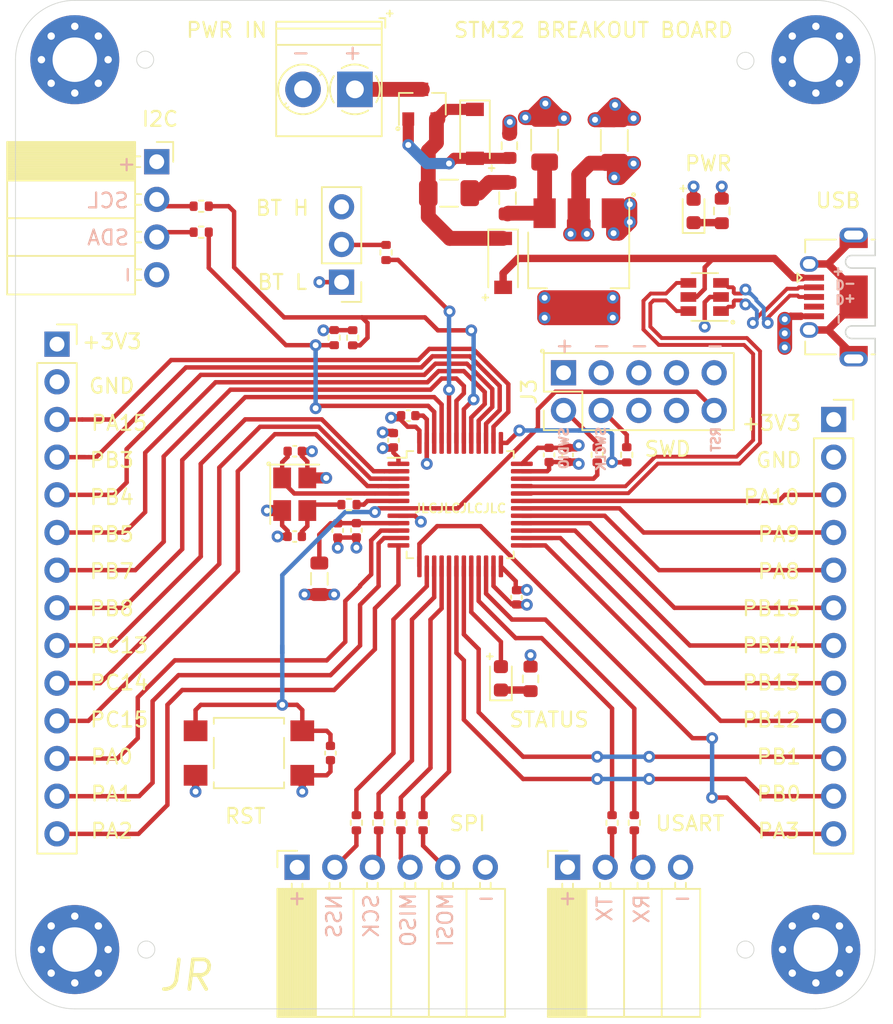
<source format=kicad_pcb>
(kicad_pcb (version 20171130) (host pcbnew "(5.1.9)-1")
  (layers (0 F.Cu signal) (1 In1.Cu power) (2 In2.Cu power) (31 B.Cu signal) (34 B.Paste user) (35 F.Paste user) (36 B.SilkS user) (37 F.SilkS user) (38 B.Mask user) (39 F.Mask user) (44 Edge.Cuts user))
  (net 0 "")
  (net 1 "Net-(C1-Pad2)")
  (net 2 GND)
  (net 3 +3V3)
  (net 4 +3.3VA)
  (net 5 OSC_IN)
  (net 6 "Net-(C11-Pad2)")
  (net 7 NRST)
  (net 8 "Net-(D1-Pad2)")
  (net 9 "Net-(D1-Pad1)")
  (net 10 VCC)
  (net 11 "Net-(D3-Pad1)")
  (net 12 BLU_LED)
  (net 13 "Net-(D4-Pad1)")
  (net 14 "Net-(F1-Pad1)")
  (net 15 +9V)
  (net 16 "Net-(J2-Pad6)")
  (net 17 "Net-(J2-Pad4)")
  (net 18 PORT_USB_D+)
  (net 19 PORT_USB_D-)
  (net 20 "Net-(J3-Pad2)")
  (net 21 "Net-(J3-Pad4)")
  (net 22 "Net-(J3-Pad6)")
  (net 23 "Net-(J3-Pad7)")
  (net 24 "Net-(J3-Pad8)")
  (net 25 "Net-(J4-Pad2)")
  (net 26 "Net-(J4-Pad3)")
  (net 27 "Net-(J4-Pad4)")
  (net 28 "Net-(J4-Pad5)")
  (net 29 "Net-(J5-Pad3)")
  (net 30 "Net-(J5-Pad2)")
  (net 31 "Net-(J6-Pad2)")
  (net 32 "Net-(J6-Pad3)")
  (net 33 PA10)
  (net 34 PA9)
  (net 35 PA8)
  (net 36 PB15)
  (net 37 PB14)
  (net 38 PB13)
  (net 39 PB12)
  (net 40 PB1)
  (net 41 PB0)
  (net 42 PA3)
  (net 43 PA15)
  (net 44 PB3)
  (net 45 PB4)
  (net 46 PB5)
  (net 47 PB7)
  (net 48 PB8)
  (net 49 PC13)
  (net 50 PC14)
  (net 51 PC15)
  (net 52 PA0)
  (net 53 PA1)
  (net 54 PA2)
  (net 55 "Net-(JP1-Pad2)")
  (net 56 OSC_OUT)
  (net 57 BOOT0)
  (net 58 I2C_SCL)
  (net 59 I2C_SDA)
  (net 60 SWDIO)
  (net 61 SWCLK)
  (net 62 SPI1_NSS)
  (net 63 SPI1_SCK)
  (net 64 SPI1_MISO)
  (net 65 SPI1_MOSI)
  (net 66 USART3_TX)
  (net 67 USART3_RX)
  (net 68 USB_D-)
  (net 69 USB_D+)
  (module Connector_PinHeader_2.54mm:PinHeader_2x05_P2.54mm_Vertical (layer F.Cu) (at 131.975 89.65 90)
    (fp_text reference J3 (at 1.27 -2.33 90) (layer F.SilkS))
    (fp_text value Conn_02x05_Odd_Even)
    (pad 10 thru_hole oval (at 2.54 10.16 90) (size 1.7 1.7) (drill 1) (layers *.Cu *.Mask) (net 2 GND))
    (pad 9 thru_hole oval (at 0 10.16 90) (size 1.7 1.7) (drill 1) (layers *.Cu *.Mask) (net 7 NRST))
    (pad 8 thru_hole oval (at 2.54 7.62 90) (size 1.7 1.7) (drill 1) (layers *.Cu *.Mask) (net 23 "Net-(J3-Pad7)"))
    (pad 7 thru_hole oval (at 0 7.62 90) (size 1.7 1.7) (drill 1) (layers *.Cu *.Mask) (net 24 "Net-(J3-Pad8)"))
    (pad 6 thru_hole oval (at 2.54 5.08 90) (size 1.7 1.7) (drill 1) (layers *.Cu *.Mask) (net 2 GND))
    (pad 5 thru_hole oval (at 0 5.08 90) (size 1.7 1.7) (drill 1) (layers *.Cu *.Mask) (net 22 "Net-(J3-Pad6)"))
    (pad 4 thru_hole oval (at 2.54 2.54 90) (size 1.7 1.7) (drill 1) (layers *.Cu *.Mask) (net 2 GND))
    (pad 3 thru_hole oval (at 0 2.54 90) (size 1.7 1.7) (drill 1) (layers *.Cu *.Mask) (net 21 "Net-(J3-Pad4)"))
    (pad 2 thru_hole rect (at 2.54 0 90) (size 1.7 1.7) (drill 1) (layers *.Cu *.Mask) (net 3 +3V3))
    (pad 1 thru_hole circle (at 0 0 90) (size 1.7 1.7) (drill 1) (layers *.Cu *.Mask) (net 20 "Net-(J3-Pad2)"))
  )
  (module Capacitor_SMD:C_0402_1005Metric (layer F.Cu) (at 116.25 112.75 90)
    (fp_text reference C12)
    (fp_text value 0.1u)
    (pad 2 smd roundrect (at 0.48 0 90) (size 0.56 0.62) (layers F.Cu F.Paste F.Mask) (net 7 NRST))
    (pad 1 smd roundrect (at -0.48 0 90) (size 0.56 0.62) (layers F.Cu F.Paste F.Mask) (net 2 GND))
  )
  (module Capacitor_SMD:C_0402_1005Metric (layer F.Cu) (at 113.84 98.15)
    (fp_text reference C11)
    (fp_text value 12p)
    (pad 2 smd roundrect (at 0.48 0) (size 0.56 0.62) (layers F.Cu F.Paste F.Mask) (net 6 "Net-(C11-Pad2)"))
    (pad 1 smd roundrect (at -0.48 0) (size 0.56 0.62) (layers F.Cu F.Paste F.Mask) (net 2 GND))
  )
  (module Capacitor_SMD:C_0402_1005Metric (layer F.Cu) (at 113.84 92.4 180)
    (fp_text reference C10)
    (fp_text value 12p)
    (pad 2 smd roundrect (at 0.48 0 180) (size 0.56 0.62) (layers F.Cu F.Paste F.Mask) (net 5 OSC_IN))
    (pad 1 smd roundrect (at -0.48 0 180) (size 0.56 0.62) (layers F.Cu F.Paste F.Mask) (net 2 GND))
  )
  (module Capacitor_SMD:C_0402_1005Metric (layer F.Cu) (at 118 97.73 90)
    (fp_text reference C9)
    (fp_text value 10n)
    (pad 2 smd roundrect (at 0.48 0 90) (size 0.56 0.62) (layers F.Cu F.Paste F.Mask) (net 4 +3.3VA))
    (pad 1 smd roundrect (at -0.48 0 90) (size 0.56 0.62) (layers F.Cu F.Paste F.Mask) (net 2 GND))
  )
  (module Capacitor_SMD:C_0402_1005Metric (layer F.Cu) (at 116.74 97.74 90)
    (fp_text reference C8)
    (fp_text value 1u)
    (pad 2 smd roundrect (at 0.48 0 90) (size 0.56 0.62) (layers F.Cu F.Paste F.Mask) (net 4 +3.3VA))
    (pad 1 smd roundrect (at -0.48 0 90) (size 0.56 0.62) (layers F.Cu F.Paste F.Mask) (net 2 GND))
  )
  (module Capacitor_SMD:C_0402_1005Metric (layer F.Cu) (at 132.25 92.65 90)
    (fp_text reference C7)
    (fp_text value 100n)
    (pad 2 smd roundrect (at 0.48 0 90) (size 0.56 0.62) (layers F.Cu F.Paste F.Mask) (net 3 +3V3))
    (pad 1 smd roundrect (at -0.48 0 90) (size 0.56 0.62) (layers F.Cu F.Paste F.Mask) (net 2 GND))
  )
  (module Capacitor_SMD:C_0402_1005Metric (layer F.Cu) (at 120.5 91.66 270)
    (fp_text reference C6)
    (fp_text value 100n)
    (pad 2 smd roundrect (at 0.48 0 270) (size 0.56 0.62) (layers F.Cu F.Paste F.Mask) (net 3 +3V3))
    (pad 1 smd roundrect (at -0.48 0 270) (size 0.56 0.62) (layers F.Cu F.Paste F.Mask) (net 2 GND))
  )
  (module Capacitor_SMD:C_0402_1005Metric (layer F.Cu) (at 128.8 102.25 90)
    (fp_text reference C5)
    (fp_text value 100n)
    (pad 2 smd roundrect (at 0.48 0 90) (size 0.56 0.62) (layers F.Cu F.Paste F.Mask) (net 3 +3V3))
    (pad 1 smd roundrect (at -0.48 0 90) (size 0.56 0.62) (layers F.Cu F.Paste F.Mask) (net 2 GND))
  )
  (module Capacitor_SMD:C_0402_1005Metric (layer F.Cu) (at 121.5 90 180)
    (fp_text reference C4)
    (fp_text value 100n)
    (pad 2 smd roundrect (at 0.48 0 180) (size 0.56 0.62) (layers F.Cu F.Paste F.Mask) (net 3 +3V3))
    (pad 1 smd roundrect (at -0.48 0 180) (size 0.56 0.62) (layers F.Cu F.Paste F.Mask) (net 2 GND))
  )
  (module Capacitor_SMD:C_0402_1005Metric (layer F.Cu) (at 131 92.65 90)
    (fp_text reference C3)
    (fp_text value 4.7u)
    (pad 2 smd roundrect (at 0.48 0 90) (size 0.56 0.62) (layers F.Cu F.Paste F.Mask) (net 3 +3V3))
    (pad 1 smd roundrect (at -0.48 0 90) (size 0.56 0.62) (layers F.Cu F.Paste F.Mask) (net 2 GND))
  )
  (module Diode_SMD:D_SOD-123 (layer F.Cu) (at 126 71 270)
    (fp_text reference D1)
    (fp_text value 11.4Vz)
    (pad 2 smd rect (at 1.65 0 270) (size 0.9 1.2) (layers F.Cu F.Paste F.Mask) (net 8 "Net-(D1-Pad2)"))
    (pad 1 smd rect (at -1.65 0 270) (size 0.9 1.2) (layers F.Cu F.Paste F.Mask) (net 9 "Net-(D1-Pad1)"))
  )
  (module MountingHole:MountingHole_3mm_Pad_Via (layer F.Cu) (at 149 126)
    (fp_text reference H4)
    (fp_text value MountingHole_Pad)
    (pad 1 thru_hole circle (at 1.59099 -1.59099) (size 0.8 0.8) (drill 0.5) (layers *.Cu *.Mask) (net 2 GND))
    (pad 1 thru_hole circle (at 0 -2.25) (size 0.8 0.8) (drill 0.5) (layers *.Cu *.Mask) (net 2 GND))
    (pad 1 thru_hole circle (at -1.59099 -1.59099) (size 0.8 0.8) (drill 0.5) (layers *.Cu *.Mask) (net 2 GND))
    (pad 1 thru_hole circle (at -2.25 0) (size 0.8 0.8) (drill 0.5) (layers *.Cu *.Mask) (net 2 GND))
    (pad 1 thru_hole circle (at -1.59099 1.59099) (size 0.8 0.8) (drill 0.5) (layers *.Cu *.Mask) (net 2 GND))
    (pad 1 thru_hole circle (at 0 2.25) (size 0.8 0.8) (drill 0.5) (layers *.Cu *.Mask) (net 2 GND))
    (pad 1 thru_hole circle (at 1.59099 1.59099) (size 0.8 0.8) (drill 0.5) (layers *.Cu *.Mask) (net 2 GND))
    (pad 1 thru_hole circle (at 2.25 0) (size 0.8 0.8) (drill 0.5) (layers *.Cu *.Mask) (net 2 GND))
    (pad 1 thru_hole circle (at 0 0) (size 6 6) (drill 3) (layers *.Cu *.Mask) (net 2 GND))
  )
  (module MountingHole:MountingHole_3mm_Pad_Via (layer F.Cu) (at 99 126)
    (fp_text reference H3)
    (fp_text value MountingHole_Pad)
    (pad 1 thru_hole circle (at 1.59099 -1.59099) (size 0.8 0.8) (drill 0.5) (layers *.Cu *.Mask) (net 2 GND))
    (pad 1 thru_hole circle (at 0 -2.25) (size 0.8 0.8) (drill 0.5) (layers *.Cu *.Mask) (net 2 GND))
    (pad 1 thru_hole circle (at -1.59099 -1.59099) (size 0.8 0.8) (drill 0.5) (layers *.Cu *.Mask) (net 2 GND))
    (pad 1 thru_hole circle (at -2.25 0) (size 0.8 0.8) (drill 0.5) (layers *.Cu *.Mask) (net 2 GND))
    (pad 1 thru_hole circle (at -1.59099 1.59099) (size 0.8 0.8) (drill 0.5) (layers *.Cu *.Mask) (net 2 GND))
    (pad 1 thru_hole circle (at 0 2.25) (size 0.8 0.8) (drill 0.5) (layers *.Cu *.Mask) (net 2 GND))
    (pad 1 thru_hole circle (at 1.59099 1.59099) (size 0.8 0.8) (drill 0.5) (layers *.Cu *.Mask) (net 2 GND))
    (pad 1 thru_hole circle (at 2.25 0) (size 0.8 0.8) (drill 0.5) (layers *.Cu *.Mask) (net 2 GND))
    (pad 1 thru_hole circle (at 0 0) (size 6 6) (drill 3) (layers *.Cu *.Mask) (net 2 GND))
  )
  (module MountingHole:MountingHole_3mm_Pad_Via (layer F.Cu) (at 149 66)
    (fp_text reference H2)
    (fp_text value MountingHole_Pad)
    (pad 1 thru_hole circle (at 1.59099 -1.59099) (size 0.8 0.8) (drill 0.5) (layers *.Cu *.Mask) (net 2 GND))
    (pad 1 thru_hole circle (at 0 -2.25) (size 0.8 0.8) (drill 0.5) (layers *.Cu *.Mask) (net 2 GND))
    (pad 1 thru_hole circle (at -1.59099 -1.59099) (size 0.8 0.8) (drill 0.5) (layers *.Cu *.Mask) (net 2 GND))
    (pad 1 thru_hole circle (at -2.25 0) (size 0.8 0.8) (drill 0.5) (layers *.Cu *.Mask) (net 2 GND))
    (pad 1 thru_hole circle (at -1.59099 1.59099) (size 0.8 0.8) (drill 0.5) (layers *.Cu *.Mask) (net 2 GND))
    (pad 1 thru_hole circle (at 0 2.25) (size 0.8 0.8) (drill 0.5) (layers *.Cu *.Mask) (net 2 GND))
    (pad 1 thru_hole circle (at 1.59099 1.59099) (size 0.8 0.8) (drill 0.5) (layers *.Cu *.Mask) (net 2 GND))
    (pad 1 thru_hole circle (at 2.25 0) (size 0.8 0.8) (drill 0.5) (layers *.Cu *.Mask) (net 2 GND))
    (pad 1 thru_hole circle (at 0 0) (size 6 6) (drill 3) (layers *.Cu *.Mask) (net 2 GND))
  )
  (module MountingHole:MountingHole_3mm_Pad_Via (layer F.Cu) (at 99 66)
    (fp_text reference H1)
    (fp_text value MountingHole_Pad)
    (pad 1 thru_hole circle (at 1.59099 -1.59099) (size 0.8 0.8) (drill 0.5) (layers *.Cu *.Mask) (net 2 GND))
    (pad 1 thru_hole circle (at 0 -2.25) (size 0.8 0.8) (drill 0.5) (layers *.Cu *.Mask) (net 2 GND))
    (pad 1 thru_hole circle (at -1.59099 -1.59099) (size 0.8 0.8) (drill 0.5) (layers *.Cu *.Mask) (net 2 GND))
    (pad 1 thru_hole circle (at -2.25 0) (size 0.8 0.8) (drill 0.5) (layers *.Cu *.Mask) (net 2 GND))
    (pad 1 thru_hole circle (at -1.59099 1.59099) (size 0.8 0.8) (drill 0.5) (layers *.Cu *.Mask) (net 2 GND))
    (pad 1 thru_hole circle (at 0 2.25) (size 0.8 0.8) (drill 0.5) (layers *.Cu *.Mask) (net 2 GND))
    (pad 1 thru_hole circle (at 1.59099 1.59099) (size 0.8 0.8) (drill 0.5) (layers *.Cu *.Mask) (net 2 GND))
    (pad 1 thru_hole circle (at 2.25 0) (size 0.8 0.8) (drill 0.5) (layers *.Cu *.Mask) (net 2 GND))
    (pad 1 thru_hole circle (at 0 0) (size 6 6) (drill 3) (layers *.Cu *.Mask) (net 2 GND))
  )
  (module Connector_PinSocket_2.54mm:PinSocket_1x14_P2.54mm_Vertical (layer F.Cu) (at 97.8 85.18)
    (fp_text reference J8)
    (fp_text value Conn_01x14)
    (pad 14 thru_hole oval (at 0 33.02) (size 1.7 1.7) (drill 1) (layers *.Cu *.Mask) (net 54 PA2))
    (pad 13 thru_hole oval (at 0 30.48) (size 1.7 1.7) (drill 1) (layers *.Cu *.Mask) (net 53 PA1))
    (pad 12 thru_hole oval (at 0 27.94) (size 1.7 1.7) (drill 1) (layers *.Cu *.Mask) (net 52 PA0))
    (pad 11 thru_hole oval (at 0 25.4) (size 1.7 1.7) (drill 1) (layers *.Cu *.Mask) (net 51 PC15))
    (pad 10 thru_hole oval (at 0 22.86) (size 1.7 1.7) (drill 1) (layers *.Cu *.Mask) (net 50 PC14))
    (pad 9 thru_hole oval (at 0 20.32) (size 1.7 1.7) (drill 1) (layers *.Cu *.Mask) (net 49 PC13))
    (pad 8 thru_hole oval (at 0 17.78) (size 1.7 1.7) (drill 1) (layers *.Cu *.Mask) (net 48 PB8))
    (pad 7 thru_hole oval (at 0 15.24) (size 1.7 1.7) (drill 1) (layers *.Cu *.Mask) (net 47 PB7))
    (pad 6 thru_hole oval (at 0 12.7) (size 1.7 1.7) (drill 1) (layers *.Cu *.Mask) (net 46 PB5))
    (pad 5 thru_hole oval (at 0 10.16) (size 1.7 1.7) (drill 1) (layers *.Cu *.Mask) (net 45 PB4))
    (pad 4 thru_hole oval (at 0 7.62) (size 1.7 1.7) (drill 1) (layers *.Cu *.Mask) (net 44 PB3))
    (pad 3 thru_hole oval (at 0 5.08) (size 1.7 1.7) (drill 1) (layers *.Cu *.Mask) (net 43 PA15))
    (pad 2 thru_hole oval (at 0 2.54) (size 1.7 1.7) (drill 1) (layers *.Cu *.Mask) (net 2 GND))
    (pad 1 thru_hole rect (at 0 0) (size 1.7 1.7) (drill 1) (layers *.Cu *.Mask) (net 3 +3V3))
  )
  (module Connector_PinSocket_2.54mm:PinSocket_1x12_P2.54mm_Vertical (layer F.Cu) (at 150.2 90.26)
    (fp_text reference J7)
    (fp_text value Conn_01x12)
    (pad 12 thru_hole oval (at 0 27.94) (size 1.7 1.7) (drill 1) (layers *.Cu *.Mask) (net 42 PA3))
    (pad 11 thru_hole oval (at 0 25.4) (size 1.7 1.7) (drill 1) (layers *.Cu *.Mask) (net 41 PB0))
    (pad 10 thru_hole oval (at 0 22.86) (size 1.7 1.7) (drill 1) (layers *.Cu *.Mask) (net 40 PB1))
    (pad 9 thru_hole oval (at 0 20.32) (size 1.7 1.7) (drill 1) (layers *.Cu *.Mask) (net 39 PB12))
    (pad 8 thru_hole oval (at 0 17.78) (size 1.7 1.7) (drill 1) (layers *.Cu *.Mask) (net 38 PB13))
    (pad 7 thru_hole oval (at 0 15.24) (size 1.7 1.7) (drill 1) (layers *.Cu *.Mask) (net 37 PB14))
    (pad 6 thru_hole oval (at 0 12.7) (size 1.7 1.7) (drill 1) (layers *.Cu *.Mask) (net 36 PB15))
    (pad 5 thru_hole oval (at 0 10.16) (size 1.7 1.7) (drill 1) (layers *.Cu *.Mask) (net 35 PA8))
    (pad 4 thru_hole oval (at 0 7.62) (size 1.7 1.7) (drill 1) (layers *.Cu *.Mask) (net 34 PA9))
    (pad 3 thru_hole oval (at 0 5.08) (size 1.7 1.7) (drill 1) (layers *.Cu *.Mask) (net 33 PA10))
    (pad 2 thru_hole oval (at 0 2.54) (size 1.7 1.7) (drill 1) (layers *.Cu *.Mask) (net 2 GND))
    (pad 1 thru_hole rect (at 0 0) (size 1.7 1.7) (drill 1) (layers *.Cu *.Mask) (net 3 +3V3))
  )
  (module Capacitor_SMD:C_1206_3216Metric (layer F.Cu) (at 130.7 71.425 270)
    (fp_text reference C1)
    (fp_text value 100n)
    (pad 2 smd roundrect (at 1.475 0 270) (size 1.15 1.8) (layers F.Cu F.Paste F.Mask) (roundrect_rratio 0.2173904347826087) (net 1 "Net-(C1-Pad2)"))
    (pad 1 smd roundrect (at -1.475 0 270) (size 1.15 1.8) (layers F.Cu F.Paste F.Mask) (roundrect_rratio 0.2173904347826087) (net 2 GND))
  )
  (module Capacitor_SMD:C_1206_3216Metric (layer F.Cu) (at 135.4 71.45 270)
    (fp_text reference C2)
    (fp_text value 10u)
    (pad 1 smd roundrect (at -1.475 0 270) (size 1.15 1.8) (layers F.Cu F.Paste F.Mask) (roundrect_rratio 0.2173904347826087) (net 2 GND))
    (pad 2 smd roundrect (at 1.475 0 270) (size 1.15 1.8) (layers F.Cu F.Paste F.Mask) (roundrect_rratio 0.2173904347826087) (net 3 +3V3))
  )
  (module Diode_SMD:D_SOD-123 (layer F.Cu) (at 127.9 79.7 270)
    (fp_text reference D2)
    (fp_text value B5819W)
    (pad 1 smd rect (at -1.65 0 270) (size 0.9 1.2) (layers F.Cu F.Paste F.Mask) (net 9 "Net-(D1-Pad1)"))
    (pad 2 smd rect (at 1.65 0 270) (size 0.9 1.2) (layers F.Cu F.Paste F.Mask) (net 10 VCC))
  )
  (module LED_SMD:LED_0603_1608Metric (layer F.Cu) (at 140.75 76.2 90)
    (fp_text reference D3)
    (fp_text value GRN_LED_2.2V)
    (pad 1 smd roundrect (at -0.7875 0 90) (size 0.875 0.95) (layers F.Cu F.Paste F.Mask) (net 11 "Net-(D3-Pad1)"))
    (pad 2 smd roundrect (at 0.7875 0 90) (size 0.875 0.95) (layers F.Cu F.Paste F.Mask) (net 3 +3V3))
  )
  (module LED_SMD:LED_0603_1608Metric (layer F.Cu) (at 127.75 107.7125 90)
    (fp_text reference D4)
    (fp_text value BLU_LED_3.3V)
    (pad 2 smd roundrect (at 0.7875 0 90) (size 0.875 0.95) (layers F.Cu F.Paste F.Mask) (net 12 BLU_LED))
    (pad 1 smd roundrect (at -0.7875 0 90) (size 0.875 0.95) (layers F.Cu F.Paste F.Mask) (net 13 "Net-(D4-Pad1)"))
  )
  (module Fuse:Fuse_1206_3216Metric (layer F.Cu) (at 124.25 75 180)
    (fp_text reference F1)
    (fp_text value 500mA)
    (pad 1 smd roundrect (at -1.4 0 180) (size 1.25 1.75) (layers F.Cu F.Paste F.Mask) (roundrect_rratio 0.2) (net 14 "Net-(F1-Pad1)"))
    (pad 2 smd roundrect (at 1.4 0 180) (size 1.25 1.75) (layers F.Cu F.Paste F.Mask) (roundrect_rratio 0.2) (net 9 "Net-(D1-Pad1)"))
  )
  (module Inductor_SMD:L_0805_2012Metric (layer F.Cu) (at 128.2 75.3375 90)
    (fp_text reference FB1)
    (fp_text value "100 @ 100MHz")
    (pad 1 smd roundrect (at -1.0625 0 90) (size 0.875 1.2) (layers F.Cu F.Paste F.Mask) (net 1 "Net-(C1-Pad2)"))
    (pad 2 smd roundrect (at 1.0625 0 90) (size 0.875 1.2) (layers F.Cu F.Paste F.Mask) (net 14 "Net-(F1-Pad1)"))
  )
  (module Inductor_SMD:L_0805_2012Metric (layer F.Cu) (at 115.5 101 270)
    (fp_text reference FB2)
    (fp_text value "100 @ 100MHz")
    (pad 2 smd roundrect (at 1.0625 0 270) (size 0.875 1.2) (layers F.Cu F.Paste F.Mask) (net 3 +3V3))
    (pad 1 smd roundrect (at -1.0625 0 270) (size 0.875 1.2) (layers F.Cu F.Paste F.Mask) (net 4 +3.3VA))
  )
  (module Crystal:Crystal_SMD_3225-4Pin_3.2x2.5mm (layer F.Cu) (at 113.84 95.3 270)
    (fp_text reference HSE1)
    (fp_text value 16MHz)
    (pad 1 smd rect (at -1.1 0.85 270) (size 1.4 1.2) (layers F.Cu F.Paste F.Mask) (net 5 OSC_IN))
    (pad 2 smd rect (at 1.1 0.85 270) (size 1.4 1.2) (layers F.Cu F.Paste F.Mask) (net 2 GND))
    (pad 3 smd rect (at 1.1 -0.85 270) (size 1.4 1.2) (layers F.Cu F.Paste F.Mask) (net 6 "Net-(C11-Pad2)"))
    (pad 4 smd rect (at -1.1 -0.85 270) (size 1.4 1.2) (layers F.Cu F.Paste F.Mask) (net 2 GND))
  )
  (module TerminalBlock_Phoenix:TerminalBlock_Phoenix_PT-1,5-2-3.5-H_1x02_P3.50mm_Horizontal (layer F.Cu) (at 117.9 68 180)
    (fp_text reference J1)
    (fp_text value Screw_Terminal_01x02)
    (pad 1 thru_hole rect (at 0 0 180) (size 2.4 2.4) (drill 1.2) (layers *.Cu *.Mask) (net 15 +9V))
    (pad 2 thru_hole circle (at 3.5 0 180) (size 2.4 2.4) (drill 1.2) (layers *.Cu *.Mask) (net 2 GND))
  )
  (module Connector_USB:USB_Micro-AB_Molex_47590-0001 (layer F.Cu) (at 151.55 82 90)
    (fp_text reference J2)
    (fp_text value USB_B_Micro)
    (fp_line (start 2.8 1.45) (end 3.75 1.45) (layer Edge.Cuts) (width 0.1))
    (fp_line (start 2.8 -0.125) (end 2.8 1.45) (layer Edge.Cuts) (width 0.1))
    (fp_line (start 1.95 -0.125) (end 1.95 1.45) (layer Edge.Cuts) (width 0.1))
    (fp_line (start -1.95 1.45) (end 1.95 1.45) (layer Edge.Cuts) (width 0.1))
    (fp_line (start -1.95 -0.125) (end -1.95 1.45) (layer Edge.Cuts) (width 0.1))
    (fp_line (start -2.8 -0.125) (end -2.8 1.45) (layer Edge.Cuts) (width 0.1))
    (fp_line (start -3.75 1.45) (end -2.8 1.45) (layer Edge.Cuts) (width 0.1))
    (fp_arc (start 2.375 -0.125) (end 1.95 -0.125) (angle 180) (layer Edge.Cuts) (width 0.1))
    (fp_arc (start -2.375 -0.125) (end -2.8 -0.125) (angle 180) (layer Edge.Cuts) (width 0.1))
    (pad 6 thru_hole oval (at -2.225 -3 90) (size 1.05 1.25) (drill oval 0.65 0.85) (layers *.Cu *.Mask) (net 16 "Net-(J2-Pad6)"))
    (pad 5 smd rect (at -1.3 -2.675 90) (size 0.4 1.35) (layers F.Cu F.Paste F.Mask) (net 2 GND))
    (pad 4 smd rect (at -0.65 -2.675 90) (size 0.4 1.35) (layers F.Cu F.Paste F.Mask) (net 17 "Net-(J2-Pad4)"))
    (pad 3 smd rect (at 0 -2.675 90) (size 0.4 1.35) (layers F.Cu F.Paste F.Mask) (net 18 PORT_USB_D+))
    (pad 1 smd rect (at 1.3 -2.675 90) (size 0.4 1.35) (layers F.Cu F.Paste F.Mask) (net 10 VCC))
    (pad 6 thru_hole oval (at 2.225 -3 90) (size 1.05 1.25) (drill oval 0.65 0.85) (layers *.Cu *.Mask) (net 16 "Net-(J2-Pad6)"))
    (pad 6 thru_hole oval (at -4.175 0 90) (size 1 1.9) (drill oval 0.6 1.3) (layers *.Cu *.Mask) (net 16 "Net-(J2-Pad6)"))
    (pad 6 thru_hole oval (at 4.175 0 90) (size 1 1.9) (drill oval 0.6 1.3) (layers *.Cu *.Mask) (net 16 "Net-(J2-Pad6)"))
    (pad 2 smd rect (at 0.65 -2.675 90) (size 0.4 1.35) (layers F.Cu F.Paste F.Mask) (net 19 PORT_USB_D-))
    (pad 6 smd rect (at 0 0 90) (size 2.9 1.9) (layers F.Cu F.Paste F.Mask) (net 16 "Net-(J2-Pad6)"))
    (pad 6 smd rect (at 3.7375 0 90) (size 0.875 1.9) (layers F.Cu F.Mask) (net 16 "Net-(J2-Pad6)"))
    (pad 6 smd rect (at -3.7375 0 90) (size 0.875 1.9) (layers F.Cu F.Mask) (net 16 "Net-(J2-Pad6)"))
  )
  (module Connector_PinSocket_2.54mm:PinSocket_1x06_P2.54mm_Horizontal (layer F.Cu) (at 114 120.45 90)
    (fp_text reference J4)
    (fp_text value Conn_01x06)
    (pad 1 thru_hole rect (at 0 0 90) (size 1.7 1.7) (drill 1) (layers *.Cu *.Mask) (net 3 +3V3))
    (pad 2 thru_hole oval (at 0 2.54 90) (size 1.7 1.7) (drill 1) (layers *.Cu *.Mask) (net 25 "Net-(J4-Pad2)"))
    (pad 3 thru_hole oval (at 0 5.08 90) (size 1.7 1.7) (drill 1) (layers *.Cu *.Mask) (net 26 "Net-(J4-Pad3)"))
    (pad 4 thru_hole oval (at 0 7.62 90) (size 1.7 1.7) (drill 1) (layers *.Cu *.Mask) (net 27 "Net-(J4-Pad4)"))
    (pad 5 thru_hole oval (at 0 10.16 90) (size 1.7 1.7) (drill 1) (layers *.Cu *.Mask) (net 28 "Net-(J4-Pad5)"))
    (pad 6 thru_hole oval (at 0 12.7 90) (size 1.7 1.7) (drill 1) (layers *.Cu *.Mask) (net 2 GND))
  )
  (module Connector_PinSocket_2.54mm:PinSocket_1x04_P2.54mm_Horizontal (layer F.Cu) (at 104.53 72.88)
    (fp_text reference J5)
    (fp_text value Conn_01x04)
    (pad 4 thru_hole oval (at 0 7.62) (size 1.7 1.7) (drill 1) (layers *.Cu *.Mask) (net 2 GND))
    (pad 3 thru_hole oval (at 0 5.08) (size 1.7 1.7) (drill 1) (layers *.Cu *.Mask) (net 29 "Net-(J5-Pad3)"))
    (pad 2 thru_hole oval (at 0 2.54) (size 1.7 1.7) (drill 1) (layers *.Cu *.Mask) (net 30 "Net-(J5-Pad2)"))
    (pad 1 thru_hole rect (at 0 0) (size 1.7 1.7) (drill 1) (layers *.Cu *.Mask) (net 3 +3V3))
  )
  (module Connector_PinSocket_2.54mm:PinSocket_1x04_P2.54mm_Horizontal (layer F.Cu) (at 132.25 120.45 90)
    (fp_text reference J6)
    (fp_text value Conn_01x04)
    (pad 1 thru_hole rect (at 0 0 90) (size 1.7 1.7) (drill 1) (layers *.Cu *.Mask) (net 3 +3V3))
    (pad 2 thru_hole oval (at 0 2.54 90) (size 1.7 1.7) (drill 1) (layers *.Cu *.Mask) (net 31 "Net-(J6-Pad2)"))
    (pad 3 thru_hole oval (at 0 5.08 90) (size 1.7 1.7) (drill 1) (layers *.Cu *.Mask) (net 32 "Net-(J6-Pad3)"))
    (pad 4 thru_hole oval (at 0 7.62 90) (size 1.7 1.7) (drill 1) (layers *.Cu *.Mask) (net 2 GND))
  )
  (module Connector_PinHeader_2.54mm:PinHeader_1x03_P2.54mm_Vertical (layer F.Cu) (at 117 81 180)
    (fp_text reference JP1)
    (fp_text value Jumper_3_Bridged12)
    (pad 1 thru_hole rect (at 0 0 180) (size 1.7 1.7) (drill 1) (layers *.Cu *.Mask) (net 2 GND))
    (pad 2 thru_hole oval (at 0 2.54 180) (size 1.7 1.7) (drill 1) (layers *.Cu *.Mask) (net 55 "Net-(JP1-Pad2)"))
    (pad 3 thru_hole oval (at 0 5.08 180) (size 1.7 1.7) (drill 1) (layers *.Cu *.Mask) (net 3 +3V3))
  )
  (module Package_TO_SOT_SMD:SOT-23 (layer F.Cu) (at 122.45 69 90)
    (fp_text reference Q1)
    (fp_text value AO3401A)
    (pad 1 smd rect (at -1 -0.95 90) (size 0.9 0.8) (layers F.Cu F.Paste F.Mask) (net 8 "Net-(D1-Pad2)"))
    (pad 2 smd rect (at -1 0.95 90) (size 0.9 0.8) (layers F.Cu F.Paste F.Mask) (net 9 "Net-(D1-Pad1)"))
    (pad 3 smd rect (at 1 0 90) (size 0.9 0.8) (layers F.Cu F.Paste F.Mask) (net 15 +9V))
  )
  (module Resistor_SMD:R_0603_1608Metric (layer F.Cu) (at 128.325 71.8 90)
    (fp_text reference R1)
    (fp_text value 330)
    (pad 1 smd roundrect (at -0.825 0 90) (size 0.8 0.95) (layers F.Cu F.Paste F.Mask) (net 8 "Net-(D1-Pad2)"))
    (pad 2 smd roundrect (at 0.825 0 90) (size 0.8 0.95) (layers F.Cu F.Paste F.Mask) (net 2 GND))
  )
  (module Resistor_SMD:R_0603_1608Metric (layer F.Cu) (at 142.65 76.2 90)
    (fp_text reference R2)
    (fp_text value 1.5k)
    (pad 2 smd roundrect (at 0.825 0 90) (size 0.8 0.95) (layers F.Cu F.Paste F.Mask) (net 2 GND))
    (pad 1 smd roundrect (at -0.825 0 90) (size 0.8 0.95) (layers F.Cu F.Paste F.Mask) (net 11 "Net-(D3-Pad1)"))
  )
  (module Resistor_SMD:R_0402_1005Metric (layer F.Cu) (at 117.5 96 180)
    (fp_text reference R3)
    (fp_text value 47)
    (pad 2 smd roundrect (at 0.51 0 180) (size 0.54 0.64) (layers F.Cu F.Paste F.Mask) (net 6 "Net-(C11-Pad2)"))
    (pad 1 smd roundrect (at -0.51 0 180) (size 0.54 0.64) (layers F.Cu F.Paste F.Mask) (net 56 OSC_OUT))
  )
  (module Resistor_SMD:R_0402_1005Metric (layer F.Cu) (at 120 79 90)
    (fp_text reference R4)
    (fp_text value 10k)
    (pad 2 smd roundrect (at 0.51 0 90) (size 0.54 0.64) (layers F.Cu F.Paste F.Mask) (net 55 "Net-(JP1-Pad2)"))
    (pad 1 smd roundrect (at -0.51 0 90) (size 0.54 0.64) (layers F.Cu F.Paste F.Mask) (net 57 BOOT0))
  )
  (module Resistor_SMD:R_0603_1608Metric (layer F.Cu) (at 129.75 107.75 90)
    (fp_text reference R5)
    (fp_text value 2.2k)
    (pad 1 smd roundrect (at -0.825 0 90) (size 0.8 0.95) (layers F.Cu F.Paste F.Mask) (net 13 "Net-(D4-Pad1)"))
    (pad 2 smd roundrect (at 0.825 0 90) (size 0.8 0.95) (layers F.Cu F.Paste F.Mask) (net 2 GND))
  )
  (module Resistor_SMD:R_0402_1005Metric (layer F.Cu) (at 117.75 84.75 90)
    (fp_text reference R6)
    (fp_text value 4.7k)
    (pad 1 smd roundrect (at -0.51 0 90) (size 0.54 0.64) (layers F.Cu F.Paste F.Mask) (net 58 I2C_SCL))
    (pad 2 smd roundrect (at 0.51 0 90) (size 0.54 0.64) (layers F.Cu F.Paste F.Mask) (net 3 +3V3))
  )
  (module Resistor_SMD:R_0402_1005Metric (layer F.Cu) (at 116.5 84.74 90)
    (fp_text reference R7)
    (fp_text value 4.7k)
    (pad 2 smd roundrect (at 0.51 0 90) (size 0.54 0.64) (layers F.Cu F.Paste F.Mask) (net 3 +3V3))
    (pad 1 smd roundrect (at -0.51 0 90) (size 0.54 0.64) (layers F.Cu F.Paste F.Mask) (net 59 I2C_SDA))
  )
  (module Resistor_SMD:R_0402_1005Metric (layer F.Cu) (at 134.25 92.64 90)
    (fp_text reference R8)
    (fp_text value 22)
    (pad 2 smd roundrect (at 0.51 0 90) (size 0.54 0.64) (layers F.Cu F.Paste F.Mask) (net 20 "Net-(J3-Pad2)"))
    (pad 1 smd roundrect (at -0.51 0 90) (size 0.54 0.64) (layers F.Cu F.Paste F.Mask) (net 60 SWDIO))
  )
  (module Resistor_SMD:R_0402_1005Metric (layer F.Cu) (at 136.24 92.64 90)
    (fp_text reference R9)
    (fp_text value 22)
    (pad 1 smd roundrect (at -0.51 0 90) (size 0.54 0.64) (layers F.Cu F.Paste F.Mask) (net 61 SWCLK))
    (pad 2 smd roundrect (at 0.51 0 90) (size 0.54 0.64) (layers F.Cu F.Paste F.Mask) (net 21 "Net-(J3-Pad4)"))
  )
  (module Resistor_SMD:R_0402_1005Metric (layer F.Cu) (at 118 117.45 90)
    (fp_text reference R10)
    (fp_text value 22)
    (pad 1 smd roundrect (at -0.51 0 90) (size 0.54 0.64) (layers F.Cu F.Paste F.Mask) (net 25 "Net-(J4-Pad2)"))
    (pad 2 smd roundrect (at 0.51 0 90) (size 0.54 0.64) (layers F.Cu F.Paste F.Mask) (net 62 SPI1_NSS))
  )
  (module Resistor_SMD:R_0402_1005Metric (layer F.Cu) (at 119.5 117.45 90)
    (fp_text reference R11)
    (fp_text value 22)
    (pad 2 smd roundrect (at 0.51 0 90) (size 0.54 0.64) (layers F.Cu F.Paste F.Mask) (net 63 SPI1_SCK))
    (pad 1 smd roundrect (at -0.51 0 90) (size 0.54 0.64) (layers F.Cu F.Paste F.Mask) (net 26 "Net-(J4-Pad3)"))
  )
  (module Resistor_SMD:R_0402_1005Metric (layer F.Cu) (at 121 117.45 90)
    (fp_text reference R12)
    (fp_text value 22)
    (pad 1 smd roundrect (at -0.51 0 90) (size 0.54 0.64) (layers F.Cu F.Paste F.Mask) (net 27 "Net-(J4-Pad4)"))
    (pad 2 smd roundrect (at 0.51 0 90) (size 0.54 0.64) (layers F.Cu F.Paste F.Mask) (net 64 SPI1_MISO))
  )
  (module Resistor_SMD:R_0402_1005Metric (layer F.Cu) (at 122.5 117.45 90)
    (fp_text reference R13)
    (fp_text value 22)
    (pad 2 smd roundrect (at 0.51 0 90) (size 0.54 0.64) (layers F.Cu F.Paste F.Mask) (net 65 SPI1_MOSI))
    (pad 1 smd roundrect (at -0.51 0 90) (size 0.54 0.64) (layers F.Cu F.Paste F.Mask) (net 28 "Net-(J4-Pad5)"))
  )
  (module Resistor_SMD:R_0402_1005Metric (layer F.Cu) (at 107.53 75.88)
    (fp_text reference R14)
    (fp_text value 22)
    (pad 1 smd roundrect (at -0.51 0) (size 0.54 0.64) (layers F.Cu F.Paste F.Mask) (net 30 "Net-(J5-Pad2)"))
    (pad 2 smd roundrect (at 0.51 0) (size 0.54 0.64) (layers F.Cu F.Paste F.Mask) (net 58 I2C_SCL))
  )
  (module Resistor_SMD:R_0402_1005Metric (layer F.Cu) (at 107.53 77.63)
    (fp_text reference R15)
    (fp_text value 22)
    (pad 1 smd roundrect (at -0.51 0) (size 0.54 0.64) (layers F.Cu F.Paste F.Mask) (net 29 "Net-(J5-Pad3)"))
    (pad 2 smd roundrect (at 0.51 0) (size 0.54 0.64) (layers F.Cu F.Paste F.Mask) (net 59 I2C_SDA))
  )
  (module Resistor_SMD:R_0402_1005Metric (layer F.Cu) (at 135.25 117.45 90)
    (fp_text reference R16)
    (fp_text value 22)
    (pad 2 smd roundrect (at 0.51 0 90) (size 0.54 0.64) (layers F.Cu F.Paste F.Mask) (net 66 USART3_TX))
    (pad 1 smd roundrect (at -0.51 0 90) (size 0.54 0.64) (layers F.Cu F.Paste F.Mask) (net 31 "Net-(J6-Pad2)"))
  )
  (module Resistor_SMD:R_0402_1005Metric (layer F.Cu) (at 136.75 117.45 90)
    (fp_text reference R17)
    (fp_text value 22)
    (pad 1 smd roundrect (at -0.51 0 90) (size 0.54 0.64) (layers F.Cu F.Paste F.Mask) (net 32 "Net-(J6-Pad3)"))
    (pad 2 smd roundrect (at 0.51 0 90) (size 0.54 0.64) (layers F.Cu F.Paste F.Mask) (net 67 USART3_RX))
  )
  (module Button_Switch_SMD:SW_SPST_TL3305A (layer F.Cu) (at 110.75 112.75 180)
    (fp_text reference SW1)
    (fp_text value SW_Push)
    (pad 1 smd rect (at 3.6 -1.5 180) (size 1.6 1.4) (layers F.Cu F.Paste F.Mask) (net 2 GND))
    (pad 1 smd rect (at -3.6 -1.5 180) (size 1.6 1.4) (layers F.Cu F.Paste F.Mask) (net 2 GND))
    (pad 2 smd rect (at 3.6 1.5 180) (size 1.6 1.4) (layers F.Cu F.Paste F.Mask) (net 7 NRST))
    (pad 2 smd rect (at -3.6 1.5 180) (size 1.6 1.4) (layers F.Cu F.Paste F.Mask) (net 7 NRST))
  )
  (module Package_TO_SOT_SMD:SOT-223-3_TabPin2 (layer F.Cu) (at 133 79.5 270)
    (fp_text reference U1)
    (fp_text value LD1117S33TR_SOT223)
    (pad 2 smd rect (at 3.15 0 270) (size 2 3.8) (layers F.Cu F.Paste F.Mask) (net 3 +3V3))
    (pad 2 smd rect (at -3.15 0 270) (size 2 1.5) (layers F.Cu F.Paste F.Mask) (net 3 +3V3))
    (pad 3 smd rect (at -3.15 2.3 270) (size 2 1.5) (layers F.Cu F.Paste F.Mask) (net 1 "Net-(C1-Pad2)"))
    (pad 1 smd rect (at -3.15 -2.3 270) (size 2 1.5) (layers F.Cu F.Paste F.Mask) (net 2 GND))
  )
  (module Package_TO_SOT_SMD:SOT-23-6 (layer F.Cu) (at 141.5 82 180)
    (fp_text reference U2)
    (fp_text value USBLC6-2SC6)
    (pad 1 smd rect (at -1.1 -0.95 180) (size 1.06 0.65) (layers F.Cu F.Paste F.Mask) (net 19 PORT_USB_D-))
    (pad 2 smd rect (at -1.1 0 180) (size 1.06 0.65) (layers F.Cu F.Paste F.Mask) (net 2 GND))
    (pad 3 smd rect (at -1.1 0.95 180) (size 1.06 0.65) (layers F.Cu F.Paste F.Mask) (net 18 PORT_USB_D+))
    (pad 4 smd rect (at 1.1 0.95 180) (size 1.06 0.65) (layers F.Cu F.Paste F.Mask) (net 69 USB_D+))
    (pad 6 smd rect (at 1.1 -0.95 180) (size 1.06 0.65) (layers F.Cu F.Paste F.Mask) (net 68 USB_D-))
    (pad 5 smd rect (at 1.1 0 180) (size 1.06 0.65) (layers F.Cu F.Paste F.Mask) (net 10 VCC))
  )
  (module Package_QFP:LQFP-48_7x7mm_P0.5mm (layer F.Cu) (at 125 96)
    (fp_text reference U3)
    (fp_text value STM32F070CBTx)
    (pad 1 smd roundrect (at -4.1625 -2.75) (size 1.475 0.3) (layers F.Cu F.Paste F.Mask) (net 3 +3V3))
    (pad 2 smd roundrect (at -4.1625 -2.25) (size 1.475 0.3) (layers F.Cu F.Paste F.Mask) (net 49 PC13))
    (pad 3 smd roundrect (at -4.1625 -1.75) (size 1.475 0.3) (layers F.Cu F.Paste F.Mask) (net 50 PC14))
    (pad 4 smd roundrect (at -4.1625 -1.25) (size 1.475 0.3) (layers F.Cu F.Paste F.Mask) (net 51 PC15))
    (pad 5 smd roundrect (at -4.1625 -0.75) (size 1.475 0.3) (layers F.Cu F.Paste F.Mask) (net 5 OSC_IN))
    (pad 6 smd roundrect (at -4.1625 -0.25) (size 1.475 0.3) (layers F.Cu F.Paste F.Mask) (net 56 OSC_OUT))
    (pad 7 smd roundrect (at -4.1625 0.25) (size 1.475 0.3) (layers F.Cu F.Paste F.Mask) (net 7 NRST))
    (pad 8 smd roundrect (at -4.1625 0.75) (size 1.475 0.3) (layers F.Cu F.Paste F.Mask) (net 2 GND))
    (pad 9 smd roundrect (at -4.1625 1.25) (size 1.475 0.3) (layers F.Cu F.Paste F.Mask) (net 4 +3.3VA))
    (pad 10 smd roundrect (at -4.1625 1.75) (size 1.475 0.3) (layers F.Cu F.Paste F.Mask) (net 52 PA0))
    (pad 11 smd roundrect (at -4.1625 2.25) (size 1.475 0.3) (layers F.Cu F.Paste F.Mask) (net 53 PA1))
    (pad 12 smd roundrect (at -4.1625 2.75) (size 1.475 0.3) (layers F.Cu F.Paste F.Mask) (net 54 PA2))
    (pad 13 smd roundrect (at -2.75 4.1625) (size 0.3 1.475) (layers F.Cu F.Paste F.Mask) (net 42 PA3))
    (pad 14 smd roundrect (at -2.25 4.1625) (size 0.3 1.475) (layers F.Cu F.Paste F.Mask) (net 62 SPI1_NSS))
    (pad 15 smd roundrect (at -1.75 4.1625) (size 0.3 1.475) (layers F.Cu F.Paste F.Mask) (net 63 SPI1_SCK))
    (pad 16 smd roundrect (at -1.25 4.1625) (size 0.3 1.475) (layers F.Cu F.Paste F.Mask) (net 64 SPI1_MISO))
    (pad 17 smd roundrect (at -0.75 4.1625) (size 0.3 1.475) (layers F.Cu F.Paste F.Mask) (net 65 SPI1_MOSI))
    (pad 18 smd roundrect (at -0.25 4.1625) (size 0.3 1.475) (layers F.Cu F.Paste F.Mask) (net 41 PB0))
    (pad 19 smd roundrect (at 0.25 4.1625) (size 0.3 1.475) (layers F.Cu F.Paste F.Mask) (net 40 PB1))
    (pad 20 smd roundrect (at 0.75 4.1625) (size 0.3 1.475) (layers F.Cu F.Paste F.Mask) (net 12 BLU_LED))
    (pad 21 smd roundrect (at 1.25 4.1625) (size 0.3 1.475) (layers F.Cu F.Paste F.Mask) (net 66 USART3_TX))
    (pad 22 smd roundrect (at 1.75 4.1625) (size 0.3 1.475) (layers F.Cu F.Paste F.Mask) (net 67 USART3_RX))
    (pad 23 smd roundrect (at 2.25 4.1625) (size 0.3 1.475) (layers F.Cu F.Paste F.Mask) (net 2 GND))
    (pad 24 smd roundrect (at 2.75 4.1625) (size 0.3 1.475) (layers F.Cu F.Paste F.Mask) (net 3 +3V3))
    (pad 25 smd roundrect (at 4.1625 2.75) (size 1.475 0.3) (layers F.Cu F.Paste F.Mask) (net 39 PB12))
    (pad 26 smd roundrect (at 4.1625 2.25) (size 1.475 0.3) (layers F.Cu F.Paste F.Mask) (net 38 PB13))
    (pad 27 smd roundrect (at 4.1625 1.75) (size 1.475 0.3) (layers F.Cu F.Paste F.Mask) (net 37 PB14))
    (pad 28 smd roundrect (at 4.1625 1.25) (size 1.475 0.3) (layers F.Cu F.Paste F.Mask) (net 36 PB15))
    (pad 29 smd roundrect (at 4.1625 0.75) (size 1.475 0.3) (layers F.Cu F.Paste F.Mask) (net 35 PA8))
    (pad 30 smd roundrect (at 4.1625 0.25) (size 1.475 0.3) (layers F.Cu F.Paste F.Mask) (net 34 PA9))
    (pad 31 smd roundrect (at 4.1625 -0.25) (size 1.475 0.3) (layers F.Cu F.Paste F.Mask) (net 33 PA10))
    (pad 32 smd roundrect (at 4.1625 -0.75) (size 1.475 0.3) (layers F.Cu F.Paste F.Mask) (net 68 USB_D-))
    (pad 33 smd roundrect (at 4.1625 -1.25) (size 1.475 0.3) (layers F.Cu F.Paste F.Mask) (net 69 USB_D+))
    (pad 34 smd roundrect (at 4.1625 -1.75) (size 1.475 0.3) (layers F.Cu F.Paste F.Mask) (net 60 SWDIO))
    (pad 35 smd roundrect (at 4.1625 -2.25) (size 1.475 0.3) (layers F.Cu F.Paste F.Mask) (net 2 GND))
    (pad 36 smd roundrect (at 4.1625 -2.75) (size 1.475 0.3) (layers F.Cu F.Paste F.Mask) (net 3 +3V3))
    (pad 37 smd roundrect (at 2.75 -4.1625) (size 0.3 1.475) (layers F.Cu F.Paste F.Mask) (net 61 SWCLK))
    (pad 38 smd roundrect (at 2.25 -4.1625) (size 0.3 1.475) (layers F.Cu F.Paste F.Mask) (net 43 PA15))
    (pad 39 smd roundrect (at 1.75 -4.1625) (size 0.3 1.475) (layers F.Cu F.Paste F.Mask) (net 44 PB3))
    (pad 40 smd roundrect (at 1.25 -4.1625) (size 0.3 1.475) (layers F.Cu F.Paste F.Mask) (net 45 PB4))
    (pad 41 smd roundrect (at 0.75 -4.1625) (size 0.3 1.475) (layers F.Cu F.Paste F.Mask) (net 46 PB5))
    (pad 42 smd roundrect (at 0.25 -4.1625) (size 0.3 1.475) (layers F.Cu F.Paste F.Mask) (net 58 I2C_SCL))
    (pad 43 smd roundrect (at -0.25 -4.1625) (size 0.3 1.475) (layers F.Cu F.Paste F.Mask) (net 47 PB7))
    (pad 44 smd roundrect (at -0.75 -4.1625) (size 0.3 1.475) (layers F.Cu F.Paste F.Mask) (net 57 BOOT0))
    (pad 45 smd roundrect (at -1.25 -4.1625) (size 0.3 1.475) (layers F.Cu F.Paste F.Mask) (net 48 PB8))
    (pad 46 smd roundrect (at -1.75 -4.1625) (size 0.3 1.475) (layers F.Cu F.Paste F.Mask) (net 59 I2C_SDA))
    (pad 47 smd roundrect (at -2.25 -4.1625) (size 0.3 1.475) (layers F.Cu F.Paste F.Mask) (net 2 GND))
    (pad 48 smd roundrect (at -2.75 -4.1625) (size 0.3 1.475) (layers F.Cu F.Paste F.Mask) (net 3 +3V3))
  )
  (gr_text SWDIO (at 132 92.2 90) (layer B.SilkS) (effects (font (size 0.6 0.6)) (justify mirror)))
  (gr_text SWCLK (at 134.5 92.25 90) (layer B.SilkS) (effects (font (size 0.6 0.6)) (justify mirror)))
  (gr_text RST (at 142.25 91.6 90) (layer B.SilkS) (effects (font (size 0.6 0.6)) (justify mirror)))
  (gr_text - (at 134.55 85.25) (layer B.SilkS) (effects (font (size 1 1)) (justify mirror)))
  (gr_text - (at 142.2 85.25) (layer B.SilkS) (effects (font (size 1 1)) (justify mirror)))
  (gr_text - (at 137.1 85.25) (layer B.SilkS) (effects (font (size 1 1)) (justify mirror)))
  (gr_text + (at 132.05 85.25) (layer B.SilkS) (effects (font (size 1 1)) (justify mirror)))
  (gr_text D+ (at 151 82.15 180) (layer B.SilkS) (effects (font (size 0.6 0.6)) (justify mirror)))
  (gr_text D- (at 151 81.15 180) (layer B.SilkS) (effects (font (size 0.6 0.6)) (justify mirror)))
  (gr_text SCL (at 101.25 75.5) (layer B.SilkS) (effects (font (size 1 1)) (justify mirror)))
  (gr_text SDA (at 101.25 78) (layer B.SilkS) (effects (font (size 1 1)) (justify mirror)))
  (gr_text NSS (at 116.5 123.75 90) (layer B.SilkS) (effects (font (size 1 1)) (justify mirror)))
  (gr_text SCK (at 119 123.75 90) (layer B.SilkS) (effects (font (size 1 1)) (justify mirror)))
  (gr_text MISO (at 121.5 124 90) (layer B.SilkS) (effects (font (size 1 1)) (justify mirror)))
  (gr_text MOSI (at 124 124 90) (layer B.SilkS) (effects (font (size 1 1)) (justify mirror)))
  (gr_text TX (at 134.75 123.25 90) (layer B.SilkS) (effects (font (size 1 1)) (justify mirror)))
  (gr_text RX (at 137.25 123.25 90) (layer B.SilkS) (effects (font (size 1 1)) (justify mirror)))
  (gr_circle (center 120.8 70.65) (end 120.83 70.55) (layer F.SilkS) (width 0.12))
  (gr_text PC13 (at 102 105.5) (layer F.SilkS) (effects (font (size 1 1))))
  (gr_text PA9 (at 146.5 98) (layer F.SilkS) (effects (font (size 1 1))))
  (gr_text PA8 (at 146.5 100.5) (layer F.SilkS) (effects (font (size 1 1))))
  (gr_text PB15 (at 146 103) (layer F.SilkS) (effects (font (size 1 1))))
  (gr_text PB14 (at 146 105.5) (layer F.SilkS) (effects (font (size 1 1))))
  (gr_text PB13 (at 146 108) (layer F.SilkS) (effects (font (size 1 1))))
  (gr_text PB12 (at 146 110.5) (layer F.SilkS) (effects (font (size 1 1))))
  (gr_text PB1 (at 146.5 113) (layer F.SilkS) (effects (font (size 1 1))))
  (gr_text PB0 (at 146.5 115.5) (layer F.SilkS) (effects (font (size 1 1))))
  (gr_text PA3 (at 146.5 118) (layer F.SilkS) (effects (font (size 1 1))))
  (gr_text PA10 (at 146 95.5) (layer F.SilkS) (effects (font (size 1 1))))
  (gr_text GND (at 146.5 93) (layer F.SilkS) (effects (font (size 1 1))))
  (gr_text +3V3 (at 146 90.5) (layer F.SilkS) (effects (font (size 1 1))))
  (gr_text +3V3 (at 101.5 85) (layer F.SilkS) (effects (font (size 1 1))))
  (gr_text GND (at 101.5 88) (layer F.SilkS) (effects (font (size 1 1))))
  (gr_text PA15 (at 102 90.5) (layer F.SilkS) (effects (font (size 1 1))))
  (gr_text PB3 (at 101.5 93) (layer F.SilkS) (effects (font (size 1 1))))
  (gr_text PB4 (at 101.5 95.5) (layer F.SilkS) (effects (font (size 1 1))))
  (gr_text PB5 (at 101.5 98) (layer F.SilkS) (effects (font (size 1 1))))
  (gr_text PB7 (at 101.5 100.5) (layer F.SilkS) (effects (font (size 1 1))))
  (gr_text PB8 (at 101.5 103) (layer F.SilkS) (effects (font (size 1 1))))
  (gr_text PC14 (at 102 108) (layer F.SilkS) (effects (font (size 1 1))))
  (gr_text PC15 (at 102 110.5) (layer F.SilkS) (effects (font (size 1 1))))
  (gr_text PA0 (at 101.5 113) (layer F.SilkS) (effects (font (size 1 1))))
  (gr_text PA1 (at 101.5 115.5) (layer F.SilkS) (effects (font (size 1 1))))
  (gr_text PA2 (at 101.5 118) (layer F.SilkS) (effects (font (size 1 1))))
  (gr_circle (center 103.826 126) (end 104.402 126) (layer Edge.Cuts) (width 0.05))
  (gr_circle (center 144.25 126) (end 144.826 126) (layer Edge.Cuts) (width 0.05))
  (gr_circle (center 144.25 66.076) (end 144.826 66.076) (layer Edge.Cuts) (width 0.05))
  (gr_circle (center 103.75 66) (end 104.326 66) (layer Edge.Cuts) (width 0.05))
  (gr_text JLCJLCJLCJLC (at 125 96.25) (layer F.SilkS) (effects (font (size 0.6 0.6) (thickness 0.125))))
  (gr_text JR (at 106.5 127.75) (layer F.SilkS) (effects (font (size 2 2) (thickness 0.25) italic)))
  (gr_text "STM32 BREAKOUT BOARD" (at 134 64) (layer F.SilkS) (effects (font (size 1 1))))
  (gr_text + (at 102.5 73) (layer B.SilkS) (effects (font (size 1 1)) (justify mirror)))
  (gr_text - (at 102.5 80.5 90) (layer B.SilkS) (effects (font (size 1 1)) (justify mirror)))
  (gr_text - (at 126.75 122.5) (layer B.SilkS) (effects (font (size 1 1)) (justify mirror)))
  (gr_text + (at 114 122.5) (layer B.SilkS) (effects (font (size 1 1)) (justify mirror)))
  (gr_text - (at 140 122.5) (layer B.SilkS) (effects (font (size 1 1)) (justify mirror)))
  (gr_text + (at 132.25 122.5) (layer B.SilkS) (effects (font (size 1 1)) (justify mirror)))
  (gr_text - (at 150.5 83.5 90) (layer B.SilkS) (effects (font (size 0.6 0.6)) (justify mirror)))
  (gr_text + (at 150.5 80.25) (layer B.SilkS) (effects (font (size 0.6 0.6)) (justify mirror)))
  (gr_text + (at 117.75 65.5) (layer B.SilkS) (effects (font (size 1 1)) (justify mirror)))
  (gr_text - (at 114.25 65.5) (layer B.SilkS) (effects (font (size 1 1)) (justify mirror)))
  (gr_text "BT L" (at 113 81) (layer F.SilkS) (effects (font (size 1 1))))
  (gr_text "BT H" (at 113 76) (layer F.SilkS) (effects (font (size 1 1))))
  (gr_text + (at 127.125 73.275) (layer F.SilkS) (effects (font (size 0.5 0.5) (thickness 0.125))))
  (gr_text + (at 126.7 82) (layer F.SilkS) (effects (font (size 0.5 0.5) (thickness 0.125))))
  (gr_text + (at 120.25 62.85) (layer F.SilkS) (effects (font (size 0.5 0.5) (thickness 0.125))))
  (gr_text + (at 127 106.2) (layer F.SilkS) (effects (font (size 0.5 0.5) (thickness 0.125))))
  (gr_text + (at 140.05 74.65) (layer F.SilkS) (effects (font (size 0.5 0.5) (thickness 0.125))))
  (gr_circle (center 130.55 85.65) (end 130.65 85.65) (layer F.SilkS) (width 0.12))
  (gr_circle (center 143.4 83.7) (end 143.4 83.8) (layer F.SilkS) (width 0.12))
  (gr_circle (center 136.7 75.1) (end 136.7 75.2) (layer F.SilkS) (width 0.12))
  (gr_circle (center 112.09 93.25) (end 112.09 93.35) (layer F.SilkS) (width 0.12))
  (gr_text SWD (at 139 92.25) (layer F.SilkS) (effects (font (size 1 1))))
  (gr_text PWR (at 141.75 73) (layer F.SilkS) (effects (font (size 1 1))))
  (gr_text STATUS (at 131 110.5) (layer F.SilkS) (effects (font (size 1 1))))
  (gr_text RST (at 110.5 117) (layer F.SilkS) (effects (font (size 1 1))))
  (gr_text "PWR IN" (at 109.25 64) (layer F.SilkS) (effects (font (size 1 1))))
  (gr_text I2C (at 104.75 70) (layer F.SilkS) (effects (font (size 1 1))))
  (gr_text USART (at 140.5 117.5) (layer F.SilkS) (effects (font (size 1 1))))
  (gr_text SPI (at 125.5 117.5) (layer F.SilkS) (effects (font (size 1 1))))
  (gr_text USB (at 150.5 75.5) (layer F.SilkS) (effects (font (size 1 1))))
  (gr_arc (start 149 66) (end 153 66) (angle -90) (layer Edge.Cuts) (width 0.05))
  (gr_arc (start 99 66) (end 99 62) (angle -90) (layer Edge.Cuts) (width 0.05))
  (gr_line (start 99 62) (end 149 62) (layer Edge.Cuts) (width 0.05))
  (gr_arc (start 99 126) (end 95 126) (angle -90) (layer Edge.Cuts) (width 0.05))
  (gr_arc (start 149 126) (end 149 130) (angle -90) (layer Edge.Cuts) (width 0.05))
  (gr_line (start 153 126) (end 153 85.75) (layer Edge.Cuts) (width 0.05))
  (gr_line (start 153 66) (end 153 78.25) (layer Edge.Cuts) (width 0.05))
  (gr_line (start 149 130) (end 99 130) (layer Edge.Cuts) (width 0.05))
  (gr_line (start 95 66) (end 95 126) (layer Edge.Cuts) (width 0.05))
  (segment (start 128.25 76.35) (end 128.2 76.4) (width 1) (layer F.Cu) (net 1))
  (segment (start 130.7 76.35) (end 128.25 76.35) (width 1) (layer F.Cu) (net 1))
  (segment (start 130.7 76.35) (end 130.7 72.9) (width 1) (layer F.Cu) (net 1))
  (segment (start 114.69 94.2) (end 114.69 94.2) (width 0.3) (layer F.Cu) (net 2))
  (segment (start 112.99 96.4) (end 112.99 96.4) (width 0.3) (layer F.Cu) (net 2))
  (via (at 133 93.25) (size 0.8) (drill 0.4) (layers F.Cu B.Cu) (net 2))
  (via (at 129.75 106.15) (size 0.8) (drill 0.4) (layers F.Cu B.Cu) (net 2))
  (via (at 107.15 115.35) (size 0.8) (drill 0.4) (layers F.Cu B.Cu) (net 2))
  (via (at 114.35 115.35) (size 0.8) (drill 0.4) (layers F.Cu B.Cu) (net 2))
  (via (at 129.5 102.75) (size 0.8) (drill 0.4) (layers F.Cu B.Cu) (net 2))
  (via (at 141.5 84) (size 0.8) (drill 0.4) (layers F.Cu B.Cu) (net 2))
  (via (at 146.9 85.4) (size 0.8) (drill 0.4) (layers F.Cu B.Cu) (net 2))
  (via (at 142.65 74.55) (size 0.8) (drill 0.4) (layers F.Cu B.Cu) (net 2))
  (segment (start 142.65 75.375) (end 142.65 74.55) (width 0.5) (layer F.Cu) (net 2))
  (via (at 130.75 68.95) (size 0.8) (drill 0.4) (layers F.Cu B.Cu) (net 2))
  (via (at 135.45 69.05) (size 0.8) (drill 0.4) (layers F.Cu B.Cu) (net 2))
  (via (at 136.45 75.75) (size 0.8) (drill 0.4) (layers F.Cu B.Cu) (net 2))
  (via (at 136.45 76.95) (size 0.8) (drill 0.4) (layers F.Cu B.Cu) (net 2))
  (via (at 136.7 69.95) (size 0.8) (drill 0.4) (layers F.Cu B.Cu) (net 2))
  (via (at 134.1 70.05) (size 0.8) (drill 0.4) (layers F.Cu B.Cu) (net 2))
  (via (at 132 69.95) (size 0.8) (drill 0.4) (layers F.Cu B.Cu) (net 2))
  (via (at 129.4 69.9) (size 0.8) (drill 0.4) (layers F.Cu B.Cu) (net 2))
  (via (at 128.35 70.2) (size 0.8) (drill 0.4) (layers F.Cu B.Cu) (net 2))
  (via (at 135.35 77.7) (size 0.8) (drill 0.4) (layers F.Cu B.Cu) (net 2))
  (via (at 146.9 83.5) (size 0.8) (drill 0.4) (layers F.Cu B.Cu) (net 2))
  (segment (start 135.7 77.7) (end 136.45 76.95) (width 1) (layer F.Cu) (net 2))
  (segment (start 135.35 77.7) (end 135.7 77.7) (width 1) (layer F.Cu) (net 2))
  (segment (start 136.45 76.95) (end 136.45 75.75) (width 1) (layer F.Cu) (net 2))
  (segment (start 135.35 76.4) (end 135.3 76.35) (width 1) (layer F.Cu) (net 2))
  (segment (start 135.35 77.7) (end 135.35 76.4) (width 1) (layer F.Cu) (net 2))
  (segment (start 135.375 70.05) (end 135.4 70.025) (width 1) (layer F.Cu) (net 2))
  (segment (start 134.1 70.05) (end 135.375 70.05) (width 1) (layer F.Cu) (net 2))
  (segment (start 135.45 69.975) (end 135.4 70.025) (width 1) (layer F.Cu) (net 2))
  (segment (start 135.45 69.05) (end 135.45 69.975) (width 1) (layer F.Cu) (net 2))
  (segment (start 135.475 69.95) (end 135.4 70.025) (width 1) (layer F.Cu) (net 2))
  (segment (start 136.7 69.95) (end 135.475 69.95) (width 1) (layer F.Cu) (net 2))
  (segment (start 130.65 69.9) (end 130.7 69.95) (width 1) (layer F.Cu) (net 2))
  (segment (start 129.4 69.9) (end 130.65 69.9) (width 1) (layer F.Cu) (net 2))
  (segment (start 130.75 69.9) (end 130.7 69.95) (width 1) (layer F.Cu) (net 2))
  (segment (start 130.75 68.95) (end 130.75 69.9) (width 1) (layer F.Cu) (net 2))
  (segment (start 132 69.95) (end 130.7 69.95) (width 1) (layer F.Cu) (net 2))
  (segment (start 128.35 70.95) (end 128.325 70.975) (width 1) (layer F.Cu) (net 2))
  (segment (start 128.35 70.2) (end 128.35 70.95) (width 1) (layer F.Cu) (net 2))
  (segment (start 136.35 69.95) (end 135.45 69.05) (width 1) (layer F.Cu) (net 2))
  (segment (start 136.7 69.95) (end 136.35 69.95) (width 1) (layer F.Cu) (net 2))
  (segment (start 134.45 70.05) (end 135.45 69.05) (width 1) (layer F.Cu) (net 2))
  (segment (start 134.1 70.05) (end 134.45 70.05) (width 1) (layer F.Cu) (net 2))
  (segment (start 131.75 69.95) (end 130.75 68.95) (width 1) (layer F.Cu) (net 2))
  (segment (start 132 69.95) (end 131.75 69.95) (width 1) (layer F.Cu) (net 2))
  (segment (start 129.8 69.9) (end 130.75 68.95) (width 1) (layer F.Cu) (net 2))
  (segment (start 129.4 69.9) (end 129.8 69.9) (width 1) (layer F.Cu) (net 2))
  (segment (start 122.75 92.95) (end 122.75 91.8375) (width 0.3) (layer F.Cu) (net 2))
  (segment (start 112.99 96.4) (end 112.99 96.65) (width 0.3) (layer F.Cu) (net 2))
  (via (at 122.35 97.15) (size 0.8) (drill 0.4) (layers F.Cu B.Cu) (net 2))
  (via (at 111.965 96.4) (size 0.8) (drill 0.4) (layers F.Cu B.Cu) (net 2))
  (via (at 115.965 94.2) (size 0.8) (drill 0.4) (layers F.Cu B.Cu) (net 2))
  (via (at 112.68 98.15) (size 0.8) (drill 0.4) (layers F.Cu B.Cu) (net 2))
  (via (at 115 92.4) (size 0.8) (drill 0.4) (layers F.Cu B.Cu) (net 2))
  (segment (start 142.6 82) (end 141.85 82) (width 0.3) (layer F.Cu) (net 2))
  (segment (start 141.85 82) (end 141.5 82.35) (width 0.3) (layer F.Cu) (net 2))
  (segment (start 107.15 115.35) (end 107.15 114.25) (width 0.5) (layer F.Cu) (net 2))
  (segment (start 114.35 115.35) (end 114.35 114.25) (width 0.5) (layer F.Cu) (net 2))
  (via (at 115.5 81) (size 0.8) (drill 0.4) (layers F.Cu B.Cu) (net 2))
  (segment (start 122.75 93.25) (end 122.75 91.8375) (width 0.3) (layer F.Cu) (net 2))
  (segment (start 129.75 106.15) (end 129.75 106.925) (width 0.5) (layer F.Cu) (net 2))
  (segment (start 121.95 96.75) (end 120.8375 96.75) (width 0.3) (layer F.Cu) (net 2))
  (segment (start 122.35 97.15) (end 121.95 96.75) (width 0.3) (layer F.Cu) (net 2))
  (via (at 146.9 84.45) (size 0.8) (drill 0.4) (layers F.Cu B.Cu) (net 2))
  (segment (start 147.996128 83.3) (end 147.996127 83.300001) (width 0.5) (layer F.Cu) (net 2))
  (segment (start 147.3 83.3) (end 147.996128 83.3) (width 0.5) (layer F.Cu) (net 2))
  (segment (start 148.875 83.3) (end 147.996128 83.3) (width 0.3) (layer F.Cu) (net 2))
  (segment (start 146.9 83.5) (end 146.9 85.4) (width 1) (layer F.Cu) (net 2))
  (segment (start 147.1 83.5) (end 147.3 83.3) (width 0.5) (layer F.Cu) (net 2))
  (segment (start 146.9 83.5) (end 147.1 83.5) (width 0.5) (layer F.Cu) (net 2))
  (segment (start 117 81) (end 115.5 81) (width 0.3) (layer F.Cu) (net 2))
  (segment (start 115.965 94.2) (end 114.94 94.2) (width 0.75) (layer F.Cu) (net 2))
  (segment (start 111.965 96.4) (end 112.99 96.4) (width 0.75) (layer F.Cu) (net 2))
  (segment (start 141.5 82.35) (end 141.5 84) (width 0.3) (layer F.Cu) (net 2))
  (segment (start 127.25 101.49) (end 127.25 100.1625) (width 0.3) (layer F.Cu) (net 2))
  (segment (start 128.49 102.73) (end 127.25 101.49) (width 0.3) (layer F.Cu) (net 2))
  (segment (start 128.8 102.73) (end 128.49 102.73) (width 0.3) (layer F.Cu) (net 2))
  (segment (start 128.82 102.75) (end 128.8 102.73) (width 0.5) (layer F.Cu) (net 2))
  (segment (start 129.5 102.75) (end 128.82 102.75) (width 0.5) (layer F.Cu) (net 2))
  (segment (start 131 93.625) (end 131 93.13) (width 0.3) (layer F.Cu) (net 2))
  (segment (start 130.875 93.75) (end 131 93.625) (width 0.3) (layer F.Cu) (net 2))
  (segment (start 129.1625 93.75) (end 130.875 93.75) (width 0.3) (layer F.Cu) (net 2))
  (segment (start 114.35 114.25) (end 116 114.25) (width 0.3) (layer F.Cu) (net 2))
  (segment (start 116.25 114) (end 116.25 113.23) (width 0.3) (layer F.Cu) (net 2))
  (segment (start 116 114.25) (end 116.25 114) (width 0.3) (layer F.Cu) (net 2))
  (segment (start 131 93.13) (end 132.25 93.13) (width 0.3) (layer F.Cu) (net 2))
  (segment (start 132.88 93.13) (end 133 93.25) (width 0.5) (layer F.Cu) (net 2))
  (segment (start 132.25 93.13) (end 132.88 93.13) (width 0.5) (layer F.Cu) (net 2))
  (segment (start 114.32 92.73) (end 114.32 92.4) (width 0.3) (layer F.Cu) (net 2))
  (segment (start 114.69 93.1) (end 114.32 92.73) (width 0.3) (layer F.Cu) (net 2))
  (segment (start 114.69 94.2) (end 114.69 93.1) (width 0.3) (layer F.Cu) (net 2))
  (segment (start 115 92.4) (end 114.32 92.4) (width 0.5) (layer F.Cu) (net 2))
  (segment (start 112.99 97.40001) (end 112.99001 97.40001) (width 0.3) (layer F.Cu) (net 2))
  (segment (start 113.36 97.77) (end 113.36 98.15) (width 0.3) (layer F.Cu) (net 2))
  (segment (start 112.99001 97.40001) (end 113.36 97.77) (width 0.3) (layer F.Cu) (net 2))
  (segment (start 113.36 98.15) (end 112.68 98.15) (width 0.5) (layer F.Cu) (net 2))
  (segment (start 114.35 114.25) (end 114.35 114.25) (width 0.5) (layer F.Cu) (net 2))
  (via (at 118 98.9) (size 0.8) (drill 0.4) (layers F.Cu B.Cu) (net 2))
  (segment (start 107.15 114.25) (end 107.15 114.25) (width 0.5) (layer F.Cu) (net 2))
  (via (at 116.74 98.91) (size 0.8) (drill 0.4) (layers F.Cu B.Cu) (net 2))
  (segment (start 116.74 98.91) (end 116.74 98.22) (width 0.5) (layer F.Cu) (net 2))
  (segment (start 118 98.9) (end 118 98.21) (width 0.5) (layer F.Cu) (net 2))
  (segment (start 117.99 98.22) (end 118 98.21) (width 0.3) (layer F.Cu) (net 2))
  (segment (start 116.74 98.22) (end 117.99 98.22) (width 0.3) (layer F.Cu) (net 2))
  (segment (start 112.99 96.4) (end 112.99 96.4) (width 0.75) (layer F.Cu) (net 2))
  (via (at 119.77 91.13) (size 0.8) (drill 0.4) (layers F.Cu B.Cu) (net 2))
  (segment (start 122.75 90.25) (end 122.75 91.8375) (width 0.3) (layer F.Cu) (net 2))
  (segment (start 122.5 90) (end 122.75 90.25) (width 0.3) (layer F.Cu) (net 2))
  (segment (start 121.98 90) (end 122.5 90) (width 0.3) (layer F.Cu) (net 2))
  (segment (start 112.99 96.4) (end 112.99 96.4) (width 0.75) (layer F.Cu) (net 2))
  (segment (start 112.99 96.65) (end 112.99 97.40001) (width 0.3) (layer F.Cu) (net 2))
  (via (at 122.75 93.25) (size 0.8) (drill 0.4) (layers F.Cu B.Cu) (net 2))
  (segment (start 120.45 91.13) (end 120.5 91.18) (width 0.5) (layer F.Cu) (net 2))
  (segment (start 119.77 91.13) (end 120.45 91.13) (width 0.5) (layer F.Cu) (net 2))
  (via (at 140.75 74.55) (size 0.8) (drill 0.4) (layers F.Cu B.Cu) (net 3))
  (via (at 135.3 83.4) (size 0.8) (drill 0.4) (layers F.Cu B.Cu) (net 3))
  (via (at 130.7 82.05) (size 0.8) (drill 0.4) (layers F.Cu B.Cu) (net 3))
  (via (at 135.3 82.05) (size 0.8) (drill 0.4) (layers F.Cu B.Cu) (net 3))
  (via (at 130.7 83.4) (size 0.8) (drill 0.4) (layers F.Cu B.Cu) (net 3))
  (via (at 120.34 90.14) (size 0.8) (drill 0.4) (layers F.Cu B.Cu) (net 3))
  (via (at 116.5 102.06) (size 0.8) (drill 0.4) (layers F.Cu B.Cu) (net 3))
  (via (at 114.5 102.06) (size 0.8) (drill 0.4) (layers F.Cu B.Cu) (net 3))
  (segment (start 116.51 84.24) (end 116.5 84.23) (width 0.3) (layer F.Cu) (net 3))
  (segment (start 117.75 84.24) (end 116.51 84.24) (width 0.3) (layer F.Cu) (net 3))
  (segment (start 133 73.75) (end 133.775 72.975) (width 1) (layer F.Cu) (net 3))
  (segment (start 133 76.35) (end 133 76.35) (width 1) (layer F.Cu) (net 3))
  (segment (start 116.5 84.23) (end 116.5 84.23) (width 0.3) (layer F.Cu) (net 3))
  (via (at 115.775 84.25) (size 0.8) (drill 0.4) (layers F.Cu B.Cu) (net 3))
  (segment (start 116.5 84.23) (end 116.5 84.23) (width 0.3) (layer F.Cu) (net 3))
  (via (at 133 92) (size 0.8) (drill 0.4) (layers F.Cu B.Cu) (net 3))
  (segment (start 133 76.35) (end 133 76.35) (width 1) (layer F.Cu) (net 3))
  (via (at 133.55 77.75) (size 0.8) (drill 0.4) (layers F.Cu B.Cu) (net 3))
  (segment (start 135.4 72.975) (end 135.4 72.975) (width 1) (layer F.Cu) (net 3))
  (via (at 136.7 73) (size 0.8) (drill 0.4) (layers F.Cu B.Cu) (net 3))
  (segment (start 133 76.35) (end 133 73.75) (width 1) (layer F.Cu) (net 3))
  (via (at 132.45 77.75) (size 0.8) (drill 0.4) (layers F.Cu B.Cu) (net 3))
  (segment (start 135.4 72.975) (end 135.4 72.975) (width 1) (layer F.Cu) (net 3))
  (via (at 135.4 73.95) (size 0.8) (drill 0.4) (layers F.Cu B.Cu) (net 3))
  (segment (start 140.8 75.3625) (end 140.75 75.4125) (width 0.5) (layer F.Cu) (net 3))
  (segment (start 133.75 83.4) (end 133 82.65) (width 0.5) (layer F.Cu) (net 3))
  (segment (start 135.3 83.4) (end 133.75 83.4) (width 0.5) (layer F.Cu) (net 3))
  (segment (start 133.6 82.05) (end 133 82.65) (width 0.5) (layer F.Cu) (net 3))
  (segment (start 135.3 82.05) (end 133.6 82.05) (width 0.5) (layer F.Cu) (net 3))
  (segment (start 132.4 82.05) (end 133 82.65) (width 0.5) (layer F.Cu) (net 3))
  (segment (start 130.7 82.05) (end 132.4 82.05) (width 0.5) (layer F.Cu) (net 3))
  (segment (start 130.7 83.4) (end 132.25 83.4) (width 0.5) (layer F.Cu) (net 3))
  (segment (start 132.25 83.4) (end 133 82.65) (width 0.5) (layer F.Cu) (net 3))
  (segment (start 130.7 83.4) (end 130.7 82.05) (width 1) (layer F.Cu) (net 3))
  (segment (start 135.3 83.4) (end 135.3 82.05) (width 1) (layer F.Cu) (net 3))
  (segment (start 135.3 82.05) (end 130.7 82.05) (width 1) (layer F.Cu) (net 3))
  (segment (start 130.7 83.4) (end 135.3 83.4) (width 1) (layer F.Cu) (net 3))
  (segment (start 132.45 77.75) (end 133.55 77.75) (width 1) (layer F.Cu) (net 3))
  (segment (start 133.55 76.9) (end 133 76.35) (width 0.5) (layer F.Cu) (net 3))
  (segment (start 133.55 77.75) (end 133.55 76.9) (width 0.5) (layer F.Cu) (net 3))
  (segment (start 132.45 76.9) (end 133 76.35) (width 0.5) (layer F.Cu) (net 3))
  (segment (start 132.45 77.75) (end 132.45 76.9) (width 0.5) (layer F.Cu) (net 3))
  (segment (start 135.4 73.95) (end 135.4 72.975) (width 1) (layer F.Cu) (net 3))
  (segment (start 135.425 73) (end 135.4 72.975) (width 1) (layer F.Cu) (net 3))
  (segment (start 136.7 73) (end 135.425 73) (width 1) (layer F.Cu) (net 3))
  (segment (start 140.75 75.4125) (end 140.75 74.55) (width 0.5) (layer F.Cu) (net 3))
  (segment (start 133.775 72.975) (end 135.4 72.975) (width 1) (layer F.Cu) (net 3))
  (segment (start 135.75 73.95) (end 136.7 73) (width 1) (layer F.Cu) (net 3))
  (segment (start 135.4 73.95) (end 135.75 73.95) (width 1) (layer F.Cu) (net 3))
  (segment (start 116.48 84.25) (end 116.5 84.23) (width 0.3) (layer F.Cu) (net 3))
  (segment (start 115.775 84.25) (end 116.48 84.25) (width 0.3) (layer F.Cu) (net 3))
  (segment (start 128.749999 101.162499) (end 128.749999 101.77) (width 0.3) (layer F.Cu) (net 3))
  (segment (start 127.75 100.1625) (end 128.749999 101.162499) (width 0.3) (layer F.Cu) (net 3))
  (via (at 129.5 101.75) (size 0.8) (drill 0.4) (layers F.Cu B.Cu) (net 3))
  (segment (start 128.82 101.75) (end 128.8 101.77) (width 0.5) (layer F.Cu) (net 3))
  (segment (start 129.5 101.75) (end 128.82 101.75) (width 0.5) (layer F.Cu) (net 3))
  (segment (start 130.2425 92.17) (end 131 92.17) (width 0.3) (layer F.Cu) (net 3))
  (segment (start 129.1625 93.25) (end 130.2425 92.17) (width 0.3) (layer F.Cu) (net 3))
  (segment (start 131 92.17) (end 132.25 92.17) (width 0.3) (layer F.Cu) (net 3))
  (segment (start 132.83 92.17) (end 133 92) (width 0.5) (layer F.Cu) (net 3))
  (segment (start 132.25 92.17) (end 132.83 92.17) (width 0.5) (layer F.Cu) (net 3))
  (segment (start 114.5025 102.0625) (end 114.5 102.06) (width 0.75) (layer F.Cu) (net 3))
  (segment (start 115.5 102.0625) (end 115.4575 102.0625) (width 0.75) (layer F.Cu) (net 3))
  (segment (start 116.4975 102.0625) (end 116.5 102.06) (width 0.75) (layer F.Cu) (net 3))
  (segment (start 115.5 102.0625) (end 116.4975 102.0625) (width 0.75) (layer F.Cu) (net 3))
  (segment (start 120.8375 93.25) (end 120.8375 92.8375) (width 0.3) (layer F.Cu) (net 3))
  (segment (start 120.8375 92.8375) (end 120.5 92.5) (width 0.3) (layer F.Cu) (net 3))
  (segment (start 122.25 91.8375) (end 122.25 91) (width 0.3) (layer F.Cu) (net 3))
  (segment (start 122.25 91) (end 122 90.75) (width 0.3) (layer F.Cu) (net 3))
  (segment (start 121.02 90.31) (end 121.02 90) (width 0.3) (layer F.Cu) (net 3))
  (segment (start 121.46 90.75) (end 121.02 90.31) (width 0.3) (layer F.Cu) (net 3))
  (segment (start 122 90.75) (end 121.46 90.75) (width 0.3) (layer F.Cu) (net 3))
  (segment (start 120.88 90.14) (end 121.02 90) (width 0.5) (layer F.Cu) (net 3))
  (segment (start 120.34 90.14) (end 120.88 90.14) (width 0.5) (layer F.Cu) (net 3))
  (segment (start 120.5 92.5) (end 120.5 92.14) (width 0.3) (layer F.Cu) (net 3))
  (segment (start 115.4575 102.0625) (end 114.5025 102.0625) (width 0.75) (layer F.Cu) (net 3))
  (via (at 119.78 92.19) (size 0.8) (drill 0.4) (layers F.Cu B.Cu) (net 3))
  (segment (start 120.49 92.13) (end 120.5 92.14) (width 0.5) (layer F.Cu) (net 3))
  (segment (start 120.45 92.19) (end 120.5 92.14) (width 0.5) (layer F.Cu) (net 3))
  (segment (start 119.78 92.19) (end 120.45 92.19) (width 0.5) (layer F.Cu) (net 3))
  (segment (start 120.8375 97.25) (end 119.29999 97.25) (width 0.3) (layer F.Cu) (net 4))
  (segment (start 119.29999 97.25) (end 118 97.25) (width 0.3) (layer F.Cu) (net 4))
  (segment (start 116.75 97.25) (end 116.74 97.26) (width 0.3) (layer F.Cu) (net 4))
  (segment (start 118 97.25) (end 116.75 97.25) (width 0.3) (layer F.Cu) (net 4))
  (segment (start 116.74 97.26) (end 116.26 97.26) (width 0.3) (layer F.Cu) (net 4))
  (segment (start 115.5 98.02) (end 115.5 99.9375) (width 0.3) (layer F.Cu) (net 4))
  (segment (start 116.26 97.26) (end 115.5 98.02) (width 0.3) (layer F.Cu) (net 4))
  (segment (start 113.36 92.78) (end 113.36 92.4) (width 0.3) (layer F.Cu) (net 5))
  (segment (start 112.99 93.15) (end 113.36 92.78) (width 0.3) (layer F.Cu) (net 5))
  (segment (start 112.99 94.2) (end 112.99 93.15) (width 0.3) (layer F.Cu) (net 5))
  (segment (start 120.8375 95.25) (end 119.265908 95.25) (width 0.3) (layer F.Cu) (net 5))
  (segment (start 118.54289 95.24999) (end 119.265908 95.24999) (width 0.3) (layer F.Cu) (net 5))
  (segment (start 118.542879 95.250001) (end 118.54289 95.24999) (width 0.3) (layer F.Cu) (net 5))
  (segment (start 113.809999 95.250001) (end 118.542879 95.250001) (width 0.3) (layer F.Cu) (net 5))
  (segment (start 112.99 94.430002) (end 113.809999 95.250001) (width 0.3) (layer F.Cu) (net 5))
  (segment (start 112.99 94.2) (end 112.99 94.430002) (width 0.3) (layer F.Cu) (net 5))
  (segment (start 114.32 97.82) (end 114.32 98.15) (width 0.3) (layer F.Cu) (net 6))
  (segment (start 114.69 97.45) (end 114.32 97.82) (width 0.3) (layer F.Cu) (net 6))
  (segment (start 114.69 96.4) (end 114.69 97.45) (width 0.3) (layer F.Cu) (net 6))
  (segment (start 115.09 96) (end 114.69 96.4) (width 0.3) (layer F.Cu) (net 6))
  (segment (start 116.99 96) (end 115.09 96) (width 0.3) (layer F.Cu) (net 6))
  (segment (start 120.8375 96.25) (end 124.823942 96.25) (width 0.3) (layer F.Cu) (net 7))
  (via (at 113 109.5) (size 0.8) (drill 0.4) (layers F.Cu B.Cu) (net 7))
  (segment (start 113 109.5) (end 114 109.5) (width 0.3) (layer F.Cu) (net 7))
  (segment (start 114.35 109.85) (end 114.35 111.25) (width 0.3) (layer F.Cu) (net 7))
  (segment (start 114 109.5) (end 114.35 109.85) (width 0.3) (layer F.Cu) (net 7))
  (segment (start 113 109.5) (end 107.5 109.5) (width 0.3) (layer F.Cu) (net 7))
  (segment (start 107.15 109.85) (end 107.15 111.25) (width 0.3) (layer F.Cu) (net 7))
  (segment (start 107.5 109.5) (end 107.15 109.85) (width 0.3) (layer F.Cu) (net 7))
  (segment (start 124.823942 96.25) (end 130.25 90.823942) (width 0.3) (layer F.Cu) (net 7))
  (segment (start 140.959999 88.389999) (end 142.16 89.59) (width 0.3) (layer F.Cu) (net 7))
  (segment (start 131.423999 88.389999) (end 140.959999 88.389999) (width 0.3) (layer F.Cu) (net 7))
  (segment (start 130.25 89.563998) (end 131.423999 88.389999) (width 0.3) (layer F.Cu) (net 7))
  (segment (start 130.25 90.823942) (end 130.25 89.563998) (width 0.3) (layer F.Cu) (net 7))
  (segment (start 116.25 111.5) (end 116.25 112.27) (width 0.3) (layer F.Cu) (net 7))
  (segment (start 116 111.25) (end 116.25 111.5) (width 0.3) (layer F.Cu) (net 7))
  (segment (start 114.35 111.25) (end 116 111.25) (width 0.3) (layer F.Cu) (net 7))
  (via (at 119.25 96.5) (size 0.8) (drill 0.4) (layers F.Cu B.Cu) (net 7))
  (segment (start 119.5 96.25) (end 119.25 96.5) (width 0.3) (layer F.Cu) (net 7))
  (segment (start 120.8375 96.25) (end 119.5 96.25) (width 0.3) (layer F.Cu) (net 7))
  (segment (start 113 106) (end 113 109.5) (width 0.3) (layer B.Cu) (net 7))
  (segment (start 113 105.5) (end 113 106) (width 0.3) (layer B.Cu) (net 7))
  (segment (start 117.25 96.5) (end 119.25 96.5) (width 0.3) (layer B.Cu) (net 7))
  (segment (start 113 100.75) (end 117.25 96.5) (width 0.3) (layer B.Cu) (net 7))
  (segment (start 113 106) (end 113 100.75) (width 0.3) (layer B.Cu) (net 7))
  (via (at 124.25 73) (size 0.8) (drill 0.4) (layers F.Cu B.Cu) (net 8))
  (segment (start 124.6 72.65) (end 124.25 73) (width 0.75) (layer F.Cu) (net 8))
  (segment (start 126 72.65) (end 124.6 72.65) (width 0.75) (layer F.Cu) (net 8))
  (segment (start 122.75 73) (end 121.5 71.75) (width 0.75) (layer B.Cu) (net 8))
  (via (at 121.5 71.75) (size 0.8) (drill 0.4) (layers F.Cu B.Cu) (net 8))
  (segment (start 124.25 73) (end 122.75 73) (width 0.75) (layer B.Cu) (net 8))
  (segment (start 121.5 71.75) (end 121.5 70) (width 0.75) (layer F.Cu) (net 8))
  (segment (start 128.3 72.65) (end 128.325 72.625) (width 0.75) (layer F.Cu) (net 8))
  (segment (start 126 72.65) (end 128.3 72.65) (width 0.75) (layer F.Cu) (net 8))
  (segment (start 123.4 70) (end 123.5 70) (width 1) (layer F.Cu) (net 9))
  (segment (start 122.85 75) (end 122.85 76.6) (width 1) (layer F.Cu) (net 9))
  (segment (start 122.85 76.6) (end 124.3 78.05) (width 1) (layer F.Cu) (net 9))
  (segment (start 124.3 78.05) (end 127.9 78.05) (width 1) (layer F.Cu) (net 9))
  (segment (start 124.05 69.35) (end 123.4 70) (width 0.75) (layer F.Cu) (net 9))
  (segment (start 126 69.35) (end 124.05 69.35) (width 0.75) (layer F.Cu) (net 9))
  (segment (start 122.85 75) (end 122.85 72.15) (width 1) (layer F.Cu) (net 9))
  (segment (start 123.4 71.6) (end 123.4 70) (width 1) (layer F.Cu) (net 9))
  (segment (start 122.85 72.15) (end 123.4 71.6) (width 1) (layer F.Cu) (net 9))
  (segment (start 148.825 80.75) (end 148.875 80.7) (width 0.3) (layer F.Cu) (net 10))
  (segment (start 140.4 82) (end 140.95 82) (width 0.3) (layer F.Cu) (net 10))
  (segment (start 140.95 82) (end 141.5 81.45) (width 0.3) (layer F.Cu) (net 10))
  (segment (start 141.5 80) (end 142.1 79.4) (width 0.3) (layer F.Cu) (net 10))
  (segment (start 141.5 81.45) (end 141.5 80) (width 0.3) (layer F.Cu) (net 10))
  (segment (start 142.1 79.4) (end 146.15 79.4) (width 0.3) (layer F.Cu) (net 10))
  (segment (start 128.9 79.4) (end 142.1 79.4) (width 0.3) (layer F.Cu) (net 10))
  (segment (start 127.9 81.35) (end 127.9 80.4) (width 0.5) (layer F.Cu) (net 10))
  (segment (start 127.9 80.4) (end 128.9 79.4) (width 0.5) (layer F.Cu) (net 10))
  (segment (start 128.9 79.4) (end 146.15 79.4) (width 0.5) (layer F.Cu) (net 10))
  (segment (start 146.15 79.4) (end 146.2 79.4) (width 0.5) (layer F.Cu) (net 10))
  (segment (start 146.2 79.4) (end 147.5 80.7) (width 0.5) (layer F.Cu) (net 10))
  (segment (start 147.5 80.7) (end 148.1 80.7) (width 0.5) (layer F.Cu) (net 10))
  (segment (start 148.1 80.7) (end 148.875 80.7) (width 0.3) (layer F.Cu) (net 10))
  (segment (start 142.6125 76.9875) (end 142.65 77.025) (width 0.5) (layer F.Cu) (net 11))
  (segment (start 140.75 76.9875) (end 142.6125 76.9875) (width 0.5) (layer F.Cu) (net 11))
  (segment (start 125.75 103.25) (end 127.75 105.25) (width 0.3) (layer F.Cu) (net 12))
  (segment (start 127.75 105.25) (end 127.75 106.925) (width 0.3) (layer F.Cu) (net 12))
  (segment (start 125.75 100.1625) (end 125.75 103.25) (width 0.3) (layer F.Cu) (net 12))
  (segment (start 129.675 108.5) (end 129.75 108.575) (width 0.5) (layer F.Cu) (net 13))
  (segment (start 127.75 108.5) (end 129.675 108.5) (width 0.5) (layer F.Cu) (net 13))
  (segment (start 126.25 75) (end 126.975 74.275) (width 1) (layer F.Cu) (net 14))
  (segment (start 125.65 75) (end 126.25 75) (width 1) (layer F.Cu) (net 14))
  (segment (start 126.975 74.275) (end 128.2 74.275) (width 1) (layer F.Cu) (net 14))
  (segment (start 117.9 68) (end 122.45 68) (width 1) (layer F.Cu) (net 15))
  (segment (start 149.825 79.775) (end 148.55 79.775) (width 0.5) (layer F.Cu) (net 16))
  (segment (start 151.55 81.5) (end 149.825 79.775) (width 0.5) (layer F.Cu) (net 16))
  (segment (start 151.55 82) (end 151.55 81.5) (width 0.5) (layer F.Cu) (net 16))
  (segment (start 149.825 84.225) (end 148.55 84.225) (width 0.5) (layer F.Cu) (net 16))
  (segment (start 151.55 82.5) (end 149.825 84.225) (width 0.5) (layer F.Cu) (net 16))
  (segment (start 151.55 82) (end 151.55 82.5) (width 0.5) (layer F.Cu) (net 16))
  (segment (start 151.3375 85.7375) (end 149.825 84.225) (width 0.5) (layer F.Cu) (net 16))
  (segment (start 151.55 85.7375) (end 151.3375 85.7375) (width 0.5) (layer F.Cu) (net 16))
  (segment (start 151.55 78.05) (end 149.825 79.775) (width 0.5) (layer F.Cu) (net 16))
  (segment (start 151.55 77.825) (end 151.55 78.05) (width 0.5) (layer F.Cu) (net 16))
  (via (at 144.25 81.4984) (size 0.8) (drill 0.4) (layers F.Cu B.Cu) (net 18))
  (segment (start 142.6 81.05) (end 142.805 81.05) (width 0.261112) (layer F.Cu) (net 18))
  (segment (start 143.980556 81.767844) (end 144.25 81.4984) (width 0.261112) (layer F.Cu) (net 18))
  (segment (start 142.805 81.05) (end 143.099443 81.344443) (width 0.261112) (layer F.Cu) (net 18))
  (segment (start 143.394446 81.344443) (end 143.460557 81.410554) (width 0.261112) (layer F.Cu) (net 18))
  (segment (start 143.099443 81.344443) (end 143.394446 81.344443) (width 0.261112) (layer F.Cu) (net 18))
  (segment (start 143.460557 81.410554) (end 143.460557 81.705557) (width 0.261112) (layer F.Cu) (net 18))
  (segment (start 143.460557 81.705557) (end 143.522844 81.767844) (width 0.261112) (layer F.Cu) (net 18))
  (segment (start 143.522844 81.767844) (end 143.980556 81.767844) (width 0.261112) (layer F.Cu) (net 18))
  (segment (start 145.482156 83.480556) (end 145.7516 83.75) (width 0.261112) (layer B.Cu) (net 18))
  (segment (start 145.482156 82.730556) (end 145.482156 83.480556) (width 0.261112) (layer B.Cu) (net 18))
  (segment (start 144.600668 81.771043) (end 144.980557 82.150932) (width 0.261112) (layer B.Cu) (net 18))
  (segment (start 144.522643 81.771043) (end 144.600668 81.771043) (width 0.261112) (layer B.Cu) (net 18))
  (segment (start 144.980557 82.228957) (end 145.482156 82.730556) (width 0.261112) (layer B.Cu) (net 18))
  (segment (start 144.25 81.4984) (end 144.522643 81.771043) (width 0.261112) (layer B.Cu) (net 18))
  (segment (start 144.980557 82.150932) (end 144.980557 82.228957) (width 0.261112) (layer B.Cu) (net 18))
  (via (at 145.7516 83.75) (size 0.8) (drill 0.4) (layers F.Cu B.Cu) (net 18))
  (segment (start 147.862499 82) (end 148.875 82) (width 0.261112) (layer F.Cu) (net 18))
  (segment (start 147.769655 81.907156) (end 147.862499 82) (width 0.261112) (layer F.Cu) (net 18))
  (segment (start 147.247881 81.907156) (end 147.769655 81.907156) (width 0.261112) (layer F.Cu) (net 18))
  (segment (start 145.7516 83.403437) (end 147.247881 81.907156) (width 0.261112) (layer F.Cu) (net 18))
  (segment (start 145.7516 83.75) (end 145.7516 83.403437) (width 0.261112) (layer F.Cu) (net 18))
  (segment (start 143.980556 82.232156) (end 144.25 82.5016) (width 0.261112) (layer F.Cu) (net 19))
  (segment (start 143.522844 82.232156) (end 143.980556 82.232156) (width 0.261112) (layer F.Cu) (net 19))
  (segment (start 143.460557 82.294443) (end 143.522844 82.232156) (width 0.261112) (layer F.Cu) (net 19))
  (segment (start 143.460557 82.589446) (end 143.460557 82.294443) (width 0.261112) (layer F.Cu) (net 19))
  (segment (start 143.394446 82.655557) (end 143.460557 82.589446) (width 0.261112) (layer F.Cu) (net 19))
  (via (at 144.25 82.5016) (size 0.8) (drill 0.4) (layers F.Cu B.Cu) (net 19))
  (segment (start 142.6 82.95) (end 142.805 82.95) (width 0.261112) (layer F.Cu) (net 19))
  (segment (start 142.805 82.95) (end 143.099443 82.655557) (width 0.261112) (layer F.Cu) (net 19))
  (segment (start 143.099443 82.655557) (end 143.394446 82.655557) (width 0.261112) (layer F.Cu) (net 19))
  (segment (start 145.017844 83.480556) (end 144.7484 83.75) (width 0.261112) (layer B.Cu) (net 19))
  (segment (start 144.596563 82.5016) (end 145.017844 82.922881) (width 0.261112) (layer B.Cu) (net 19))
  (segment (start 144.25 82.5016) (end 144.596563 82.5016) (width 0.261112) (layer B.Cu) (net 19))
  (segment (start 145.017844 82.922881) (end 145.017844 83.480556) (width 0.261112) (layer B.Cu) (net 19))
  (via (at 144.7484 83.75) (size 0.8) (drill 0.4) (layers F.Cu B.Cu) (net 19))
  (segment (start 147.862499 81.35) (end 148.875 81.35) (width 0.261112) (layer F.Cu) (net 19))
  (segment (start 145.400932 83.019443) (end 145.478957 83.019443) (width 0.261112) (layer F.Cu) (net 19))
  (segment (start 144.7484 83.75) (end 145.021043 83.477357) (width 0.261112) (layer F.Cu) (net 19))
  (segment (start 147.769655 81.442844) (end 147.862499 81.35) (width 0.261112) (layer F.Cu) (net 19))
  (segment (start 145.478957 83.019443) (end 147.055556 81.442844) (width 0.261112) (layer F.Cu) (net 19))
  (segment (start 147.055556 81.442844) (end 147.769655 81.442844) (width 0.261112) (layer F.Cu) (net 19))
  (segment (start 145.021043 83.477357) (end 145.021043 83.399332) (width 0.261112) (layer F.Cu) (net 19))
  (segment (start 145.021043 83.399332) (end 145.400932 83.019443) (width 0.261112) (layer F.Cu) (net 19))
  (segment (start 134.25 91.84) (end 132 89.59) (width 0.3) (layer F.Cu) (net 20))
  (segment (start 134.25 92.13) (end 134.25 91.84) (width 0.3) (layer F.Cu) (net 20))
  (segment (start 136.24 91.29) (end 134.54 89.59) (width 0.3) (layer F.Cu) (net 21))
  (segment (start 136.24 92.13) (end 136.24 91.29) (width 0.3) (layer F.Cu) (net 21))
  (segment (start 118 118.99) (end 116.54 120.45) (width 0.3) (layer F.Cu) (net 25))
  (segment (start 118 117.96) (end 118 118.99) (width 0.3) (layer F.Cu) (net 25))
  (segment (start 119.5 120.03) (end 119.08 120.45) (width 0.3) (layer F.Cu) (net 26))
  (segment (start 119.5 117.96) (end 119.5 120.03) (width 0.3) (layer F.Cu) (net 26))
  (segment (start 121 119.83) (end 121.62 120.45) (width 0.3) (layer F.Cu) (net 27))
  (segment (start 121 117.96) (end 121 119.83) (width 0.3) (layer F.Cu) (net 27))
  (segment (start 123.95 120.45) (end 124.16 120.45) (width 0.3) (layer F.Cu) (net 28))
  (segment (start 122.5 119) (end 123.95 120.45) (width 0.3) (layer F.Cu) (net 28))
  (segment (start 122.5 117.96) (end 122.5 119) (width 0.3) (layer F.Cu) (net 28))
  (segment (start 104.86 77.63) (end 104.53 77.96) (width 0.3) (layer F.Cu) (net 29))
  (segment (start 107.02 77.63) (end 104.86 77.63) (width 0.3) (layer F.Cu) (net 29))
  (segment (start 104.99 75.88) (end 104.53 75.42) (width 0.3) (layer F.Cu) (net 30))
  (segment (start 107.02 75.88) (end 104.99 75.88) (width 0.3) (layer F.Cu) (net 30))
  (segment (start 135.25 119.99) (end 134.79 120.45) (width 0.3) (layer F.Cu) (net 31))
  (segment (start 135.25 117.96) (end 135.25 119.99) (width 0.3) (layer F.Cu) (net 31))
  (segment (start 136.75 119.87) (end 137.33 120.45) (width 0.3) (layer F.Cu) (net 32))
  (segment (start 136.75 117.96) (end 136.75 119.87) (width 0.3) (layer F.Cu) (net 32))
  (segment (start 129.1625 95.75) (end 146.5 95.75) (width 0.3) (layer F.Cu) (net 33))
  (segment (start 146.5 95.75) (end 146.91 95.34) (width 0.3) (layer F.Cu) (net 33))
  (segment (start 146.91 95.34) (end 150.2 95.34) (width 0.3) (layer F.Cu) (net 33))
  (segment (start 135.75 96.25) (end 129.1625 96.25) (width 0.3) (layer F.Cu) (net 34))
  (segment (start 137.38 97.88) (end 135.75 96.25) (width 0.3) (layer F.Cu) (net 34))
  (segment (start 150.2 97.88) (end 137.38 97.88) (width 0.3) (layer F.Cu) (net 34))
  (segment (start 129.1625 96.75) (end 134.75 96.75) (width 0.3) (layer F.Cu) (net 35))
  (segment (start 134.75 96.75) (end 138.42 100.42) (width 0.3) (layer F.Cu) (net 35))
  (segment (start 138.42 100.42) (end 150.2 100.42) (width 0.3) (layer F.Cu) (net 35))
  (segment (start 129.1625 97.25) (end 133.75 97.25) (width 0.3) (layer F.Cu) (net 36))
  (segment (start 139.46 102.96) (end 150.2 102.96) (width 0.3) (layer F.Cu) (net 36))
  (segment (start 133.75 97.25) (end 139.46 102.96) (width 0.3) (layer F.Cu) (net 36))
  (segment (start 129.1625 97.75) (end 132.75 97.75) (width 0.3) (layer F.Cu) (net 37))
  (segment (start 140.5 105.5) (end 150.2 105.5) (width 0.3) (layer F.Cu) (net 37))
  (segment (start 132.75 97.75) (end 140.5 105.5) (width 0.3) (layer F.Cu) (net 37))
  (segment (start 129.1625 98.25) (end 131.75 98.25) (width 0.3) (layer F.Cu) (net 38))
  (segment (start 129.1625 98.25) (end 131.25 98.25) (width 0.3) (layer F.Cu) (net 38))
  (segment (start 141.54 108.04) (end 150.2 108.04) (width 0.3) (layer F.Cu) (net 38))
  (segment (start 131.75 98.25) (end 141.54 108.04) (width 0.3) (layer F.Cu) (net 38))
  (segment (start 129.1625 98.75) (end 130.75 98.75) (width 0.3) (layer F.Cu) (net 39))
  (segment (start 142.58 110.58) (end 145.83 110.58) (width 0.3) (layer F.Cu) (net 39))
  (segment (start 130.75 98.75) (end 142.58 110.58) (width 0.3) (layer F.Cu) (net 39))
  (segment (start 145.83 110.58) (end 150.2 110.58) (width 0.3) (layer F.Cu) (net 39))
  (segment (start 125.25 100.1625) (end 125.25 104.75) (width 0.3) (layer F.Cu) (net 40))
  (segment (start 125.25 104.75) (end 126.25 105.75) (width 0.3) (layer F.Cu) (net 40))
  (segment (start 126.25 105.75) (end 126.25 110) (width 0.3) (layer F.Cu) (net 40))
  (via (at 134.25 113) (size 0.8) (drill 0.4) (layers F.Cu B.Cu) (net 40))
  (segment (start 129.25 113) (end 134.25 113) (width 0.3) (layer F.Cu) (net 40))
  (segment (start 126.25 110) (end 129.25 113) (width 0.3) (layer F.Cu) (net 40))
  (via (at 137.75 113) (size 0.8) (drill 0.4) (layers F.Cu B.Cu) (net 40))
  (segment (start 134.25 113) (end 137.75 113) (width 0.3) (layer B.Cu) (net 40))
  (segment (start 150.08 113) (end 150.2 113.12) (width 0.3) (layer F.Cu) (net 40))
  (segment (start 137.75 113) (end 150.08 113) (width 0.3) (layer F.Cu) (net 40))
  (segment (start 124.75 100.1625) (end 124.75 106) (width 0.3) (layer F.Cu) (net 41))
  (segment (start 124.75 106) (end 125.25 106.5) (width 0.3) (layer F.Cu) (net 41))
  (segment (start 125.25 106.5) (end 125.25 110.5) (width 0.3) (layer F.Cu) (net 41))
  (via (at 134.25 114.5) (size 0.8) (drill 0.4) (layers F.Cu B.Cu) (net 41))
  (segment (start 129.25 114.5) (end 134.25 114.5) (width 0.3) (layer F.Cu) (net 41))
  (segment (start 125.25 110.5) (end 129.25 114.5) (width 0.3) (layer F.Cu) (net 41))
  (via (at 137.75 114.5) (size 0.8) (drill 0.4) (layers F.Cu B.Cu) (net 41))
  (segment (start 134.25 114.5) (end 137.75 114.5) (width 0.3) (layer B.Cu) (net 41))
  (segment (start 145.41 115.66) (end 150.2 115.66) (width 0.3) (layer F.Cu) (net 41))
  (segment (start 144.25 114.5) (end 145.41 115.66) (width 0.3) (layer F.Cu) (net 41))
  (segment (start 137.75 114.5) (end 144.25 114.5) (width 0.3) (layer F.Cu) (net 41))
  (segment (start 150.2 118.2) (end 145.45 118.2) (width 0.3) (layer F.Cu) (net 42))
  (segment (start 126.376058 97.45) (end 140.676058 111.75) (width 0.3) (layer F.Cu) (net 42))
  (segment (start 123.45 97.45) (end 126.376058 97.45) (width 0.3) (layer F.Cu) (net 42))
  (segment (start 122.25 98.65) (end 123.45 97.45) (width 0.3) (layer F.Cu) (net 42))
  (segment (start 122.25 100.1625) (end 122.25 98.65) (width 0.3) (layer F.Cu) (net 42))
  (via (at 142 111.75) (size 0.8) (drill 0.4) (layers F.Cu B.Cu) (net 42))
  (segment (start 140.676058 111.75) (end 142 111.75) (width 0.3) (layer F.Cu) (net 42))
  (via (at 142 115.75) (size 0.8) (drill 0.4) (layers F.Cu B.Cu) (net 42))
  (segment (start 142 111.75) (end 142 115.75) (width 0.3) (layer B.Cu) (net 42))
  (segment (start 143 115.75) (end 145.45 118.2) (width 0.3) (layer F.Cu) (net 42))
  (segment (start 142 115.75) (end 143 115.75) (width 0.3) (layer F.Cu) (net 42))
  (segment (start 101.49 90.26) (end 99.51 90.26) (width 0.3) (layer F.Cu) (net 43))
  (segment (start 105.500048 86.249952) (end 101.49 90.26) (width 0.3) (layer F.Cu) (net 43))
  (segment (start 125.871319 85.499959) (end 122.921561 85.499959) (width 0.3) (layer F.Cu) (net 43))
  (segment (start 99.51 90.26) (end 97.8 90.26) (width 0.3) (layer F.Cu) (net 43))
  (segment (start 128.25 87.87864) (end 125.871319 85.499959) (width 0.3) (layer F.Cu) (net 43))
  (segment (start 122.171568 86.249952) (end 105.500048 86.249952) (width 0.3) (layer F.Cu) (net 43))
  (segment (start 122.921561 85.499959) (end 122.171568 86.249952) (width 0.3) (layer F.Cu) (net 43))
  (segment (start 127.25 90.75) (end 128.25 89.75) (width 0.3) (layer F.Cu) (net 43))
  (segment (start 128.25 89.75) (end 128.25 87.87864) (width 0.3) (layer F.Cu) (net 43))
  (segment (start 127.25 91.8375) (end 127.25 90.75) (width 0.3) (layer F.Cu) (net 43))
  (segment (start 99.3 92.8) (end 99.699924 92.8) (width 0.3) (layer F.Cu) (net 44))
  (segment (start 97.8 92.8) (end 99.3 92.8) (width 0.3) (layer F.Cu) (net 44))
  (segment (start 100.45 92.8) (end 99.95 92.8) (width 0.3) (layer F.Cu) (net 44))
  (segment (start 106.500038 86.749962) (end 100.45 92.8) (width 0.3) (layer F.Cu) (net 44))
  (segment (start 125.664209 85.999969) (end 123.128671 85.999969) (width 0.3) (layer F.Cu) (net 44))
  (segment (start 127.66789 88.00365) (end 125.664209 85.999969) (width 0.3) (layer F.Cu) (net 44))
  (segment (start 127.66789 89.62499) (end 127.66789 88.00365) (width 0.3) (layer F.Cu) (net 44))
  (segment (start 122.378678 86.749962) (end 106.500038 86.749962) (width 0.3) (layer F.Cu) (net 44))
  (segment (start 126.75 90.54288) (end 127.66789 89.62499) (width 0.3) (layer F.Cu) (net 44))
  (segment (start 99.95 92.8) (end 99.3 92.8) (width 0.3) (layer F.Cu) (net 44))
  (segment (start 123.128671 85.999969) (end 122.378678 86.749962) (width 0.3) (layer F.Cu) (net 44))
  (segment (start 126.75 91.8375) (end 126.75 90.54288) (width 0.3) (layer F.Cu) (net 44))
  (segment (start 126.25 90.33576) (end 126.25 91.8375) (width 0.3) (layer F.Cu) (net 45))
  (segment (start 127.16788 89.41788) (end 126.25 90.33576) (width 0.3) (layer F.Cu) (net 45))
  (segment (start 127.16788 88.21076) (end 127.16788 89.41788) (width 0.3) (layer F.Cu) (net 45))
  (segment (start 125.457099 86.499979) (end 127.16788 88.21076) (width 0.3) (layer F.Cu) (net 45))
  (segment (start 123.335781 86.499979) (end 125.457099 86.499979) (width 0.3) (layer F.Cu) (net 45))
  (segment (start 122.58579 87.24997) (end 123.335781 86.499979) (width 0.3) (layer F.Cu) (net 45))
  (segment (start 107.50003 87.24997) (end 122.58579 87.24997) (width 0.3) (layer F.Cu) (net 45))
  (segment (start 102.5 92.25) (end 107.50003 87.24997) (width 0.3) (layer F.Cu) (net 45))
  (segment (start 102.5 94.5) (end 102.5 92.25) (width 0.3) (layer F.Cu) (net 45))
  (segment (start 101.66 95.34) (end 102.5 94.5) (width 0.3) (layer F.Cu) (net 45))
  (segment (start 97.8 95.34) (end 101.66 95.34) (width 0.3) (layer F.Cu) (net 45))
  (segment (start 123.542891 86.999989) (end 125.249989 86.999989) (width 0.3) (layer F.Cu) (net 46))
  (segment (start 122.7929 87.74998) (end 123.542891 86.999989) (width 0.3) (layer F.Cu) (net 46))
  (segment (start 125.75 90.12864) (end 125.75 91.8375) (width 0.3) (layer F.Cu) (net 46))
  (segment (start 108.49998 87.74998) (end 122.7929 87.74998) (width 0.3) (layer F.Cu) (net 46))
  (segment (start 126.65899 89.21965) (end 125.75 90.12864) (width 0.3) (layer F.Cu) (net 46))
  (segment (start 108.49998 87.75002) (end 108.49998 87.74998) (width 0.3) (layer F.Cu) (net 46))
  (segment (start 103.75 92.5) (end 108.49998 87.75002) (width 0.3) (layer F.Cu) (net 46))
  (segment (start 126.65899 88.40899) (end 126.65899 89.21965) (width 0.3) (layer F.Cu) (net 46))
  (segment (start 103.75 96.5) (end 103.75 92.5) (width 0.3) (layer F.Cu) (net 46))
  (segment (start 125.249989 86.999989) (end 126.65899 88.40899) (width 0.3) (layer F.Cu) (net 46))
  (segment (start 102.37 97.88) (end 103.75 96.5) (width 0.3) (layer F.Cu) (net 46))
  (segment (start 97.8 97.88) (end 102.37 97.88) (width 0.3) (layer F.Cu) (net 46))
  (segment (start 124.75 89) (end 124.75 91.8375) (width 0.3) (layer F.Cu) (net 47))
  (segment (start 125.25 88.5) (end 124.75 89) (width 0.3) (layer F.Cu) (net 47))
  (segment (start 124.749999 87.499999) (end 125.25 88) (width 0.3) (layer F.Cu) (net 47))
  (segment (start 123.00001 88.24999) (end 123.750001 87.499999) (width 0.3) (layer F.Cu) (net 47))
  (segment (start 123.750001 87.499999) (end 124.749999 87.499999) (width 0.3) (layer F.Cu) (net 47))
  (segment (start 105 98.5) (end 105 92.75) (width 0.3) (layer F.Cu) (net 47))
  (segment (start 109.49999 88.24999) (end 123.00001 88.24999) (width 0.3) (layer F.Cu) (net 47))
  (segment (start 109.49999 88.25001) (end 109.49999 88.24999) (width 0.3) (layer F.Cu) (net 47))
  (segment (start 103.08 100.42) (end 105 98.5) (width 0.3) (layer F.Cu) (net 47))
  (segment (start 125.25 88) (end 125.25 88.5) (width 0.3) (layer F.Cu) (net 47))
  (segment (start 105 92.75) (end 109.49999 88.25001) (width 0.3) (layer F.Cu) (net 47))
  (segment (start 97.8 100.42) (end 103.08 100.42) (width 0.3) (layer F.Cu) (net 47))
  (segment (start 123.75 89.25) (end 123.75 91.8375) (width 0.3) (layer F.Cu) (net 48))
  (segment (start 110.5 88.75) (end 123.25 88.75) (width 0.3) (layer F.Cu) (net 48))
  (segment (start 106.25 93) (end 110.5 88.75) (width 0.3) (layer F.Cu) (net 48))
  (segment (start 106.25 99) (end 106.25 93) (width 0.3) (layer F.Cu) (net 48))
  (segment (start 102.29 102.96) (end 106.25 99) (width 0.3) (layer F.Cu) (net 48))
  (segment (start 123.25 88.75) (end 123.75 89.25) (width 0.3) (layer F.Cu) (net 48))
  (segment (start 97.8 102.96) (end 102.29 102.96) (width 0.3) (layer F.Cu) (net 48))
  (segment (start 101.5 105.5) (end 97.8 105.5) (width 0.3) (layer F.Cu) (net 49))
  (segment (start 107.5 99.5) (end 101.5 105.5) (width 0.3) (layer F.Cu) (net 49))
  (segment (start 110.499999 90.250001) (end 107.5 93.25) (width 0.3) (layer F.Cu) (net 49))
  (segment (start 107.5 93.25) (end 107.5 99.5) (width 0.3) (layer F.Cu) (net 49))
  (segment (start 115.664241 90.250001) (end 110.499999 90.250001) (width 0.3) (layer F.Cu) (net 49))
  (segment (start 119.887238 93.74996) (end 119.1642 93.74996) (width 0.3) (layer F.Cu) (net 49))
  (segment (start 119.887278 93.75) (end 119.887238 93.74996) (width 0.3) (layer F.Cu) (net 49))
  (segment (start 119.1642 93.74996) (end 115.664241 90.250001) (width 0.3) (layer F.Cu) (net 49))
  (segment (start 120.8375 93.75) (end 119.887278 93.75) (width 0.3) (layer F.Cu) (net 49))
  (segment (start 100.71 108.04) (end 97.8 108.04) (width 0.3) (layer F.Cu) (net 50))
  (segment (start 108.75 100) (end 100.71 108.04) (width 0.3) (layer F.Cu) (net 50))
  (segment (start 111.499989 90.750011) (end 108.75 93.5) (width 0.3) (layer F.Cu) (net 50))
  (segment (start 108.75 93.5) (end 108.75 100) (width 0.3) (layer F.Cu) (net 50))
  (segment (start 115.457131 90.750011) (end 111.499989 90.750011) (width 0.3) (layer F.Cu) (net 50))
  (segment (start 118.95709 94.24997) (end 115.457131 90.750011) (width 0.3) (layer F.Cu) (net 50))
  (segment (start 119.680128 94.24997) (end 118.95709 94.24997) (width 0.3) (layer F.Cu) (net 50))
  (segment (start 119.680158 94.25) (end 119.680128 94.24997) (width 0.3) (layer F.Cu) (net 50))
  (segment (start 120.8375 94.25) (end 119.680158 94.25) (width 0.3) (layer F.Cu) (net 50))
  (segment (start 99.92 110.58) (end 97.8 110.58) (width 0.3) (layer F.Cu) (net 51))
  (segment (start 110 93.75) (end 110 100.5) (width 0.3) (layer F.Cu) (net 51))
  (segment (start 112.499979 91.250021) (end 110 93.75) (width 0.3) (layer F.Cu) (net 51))
  (segment (start 115.250021 91.250021) (end 112.499979 91.250021) (width 0.3) (layer F.Cu) (net 51))
  (segment (start 110 100.5) (end 99.92 110.58) (width 0.3) (layer F.Cu) (net 51))
  (segment (start 118.74998 94.74998) (end 115.250021 91.250021) (width 0.3) (layer F.Cu) (net 51))
  (segment (start 119.473018 94.74998) (end 118.74998 94.74998) (width 0.3) (layer F.Cu) (net 51))
  (segment (start 119.473038 94.75) (end 119.473018 94.74998) (width 0.3) (layer F.Cu) (net 51))
  (segment (start 120.8375 94.75) (end 119.473038 94.75) (width 0.3) (layer F.Cu) (net 51))
  (segment (start 119.658178 97.75) (end 120.8375 97.75) (width 0.3) (layer F.Cu) (net 52))
  (segment (start 118.999992 98.408186) (end 119.658178 97.75) (width 0.3) (layer F.Cu) (net 52))
  (segment (start 117.25 102.5) (end 118.25 101.5) (width 0.3) (layer F.Cu) (net 52))
  (segment (start 117.25 105.25) (end 117.25 102.5) (width 0.3) (layer F.Cu) (net 52))
  (segment (start 118.991814 98.408186) (end 118.999992 98.408186) (width 0.3) (layer F.Cu) (net 52))
  (segment (start 116 106.5) (end 117.25 105.25) (width 0.3) (layer F.Cu) (net 52))
  (segment (start 105.75 106.5) (end 116 106.5) (width 0.3) (layer F.Cu) (net 52))
  (segment (start 103.25 111.75) (end 103.25 109) (width 0.3) (layer F.Cu) (net 52))
  (segment (start 103.25 109) (end 105.75 106.5) (width 0.3) (layer F.Cu) (net 52))
  (segment (start 101.88 113.12) (end 103.25 111.75) (width 0.3) (layer F.Cu) (net 52))
  (segment (start 97.8 113.12) (end 101.88 113.12) (width 0.3) (layer F.Cu) (net 52))
  (segment (start 119 100.708186) (end 119 98.408186) (width 0.3) (layer F.Cu) (net 52))
  (segment (start 118.25 101.45) (end 118.991814 100.708186) (width 0.3) (layer F.Cu) (net 52))
  (segment (start 118.25 101.5) (end 118.25 101.45) (width 0.3) (layer F.Cu) (net 52))
  (segment (start 103.34 115.66) (end 97.8 115.66) (width 0.3) (layer F.Cu) (net 53))
  (segment (start 116.25 107.5) (end 106 107.5) (width 0.3) (layer F.Cu) (net 53))
  (segment (start 118.25 105.5) (end 116.25 107.5) (width 0.3) (layer F.Cu) (net 53))
  (segment (start 106 107.5) (end 104.25 109.25) (width 0.3) (layer F.Cu) (net 53))
  (segment (start 118.25 102.75) (end 118.25 105.5) (width 0.3) (layer F.Cu) (net 53))
  (segment (start 104.25 109.25) (end 104.25 114.75) (width 0.3) (layer F.Cu) (net 53))
  (segment (start 119.5 101.5) (end 118.25 102.75) (width 0.3) (layer F.Cu) (net 53))
  (segment (start 104.25 114.75) (end 103.34 115.66) (width 0.3) (layer F.Cu) (net 53))
  (segment (start 119.5 98.615298) (end 119.5 101.5) (width 0.3) (layer F.Cu) (net 53))
  (segment (start 119.865298 98.25) (end 119.5 98.615298) (width 0.3) (layer F.Cu) (net 53))
  (segment (start 120.8375 98.25) (end 119.865298 98.25) (width 0.3) (layer F.Cu) (net 53))
  (segment (start 97.8 118.2) (end 97.8 117.969998) (width 0.3) (layer F.Cu) (net 54))
  (segment (start 105.25 116.25) (end 103.3 118.2) (width 0.3) (layer F.Cu) (net 54))
  (segment (start 106.25 108.5) (end 105.25 109.5) (width 0.3) (layer F.Cu) (net 54))
  (segment (start 116.5 108.5) (end 106.25 108.5) (width 0.3) (layer F.Cu) (net 54))
  (segment (start 119.25 105.75) (end 116.5 108.5) (width 0.3) (layer F.Cu) (net 54))
  (segment (start 103.3 118.2) (end 97.8 118.2) (width 0.3) (layer F.Cu) (net 54))
  (segment (start 119.25 103) (end 119.25 105.75) (width 0.3) (layer F.Cu) (net 54))
  (segment (start 105.25 109.5) (end 105.25 116.25) (width 0.3) (layer F.Cu) (net 54))
  (segment (start 120.8375 101.4125) (end 119.25 103) (width 0.3) (layer F.Cu) (net 54))
  (segment (start 120.8375 98.75) (end 120.8375 101.4125) (width 0.3) (layer F.Cu) (net 54))
  (segment (start 117.03 78.49) (end 117 78.46) (width 0.3) (layer F.Cu) (net 55))
  (segment (start 120 78.49) (end 117.03 78.49) (width 0.3) (layer F.Cu) (net 55))
  (segment (start 120.8375 95.75) (end 118.75 95.75) (width 0.3) (layer F.Cu) (net 56))
  (segment (start 118.75 95.75) (end 118.5 96) (width 0.3) (layer F.Cu) (net 56))
  (segment (start 118.5 96) (end 118.01 96) (width 0.3) (layer F.Cu) (net 56))
  (segment (start 124.25 91.8375) (end 124.25 89.5) (width 0.3) (layer F.Cu) (net 57))
  (via (at 124.25 88.25) (size 0.8) (drill 0.4) (layers F.Cu B.Cu) (net 57))
  (segment (start 124.25 89.5) (end 124.25 88.25) (width 0.3) (layer F.Cu) (net 57))
  (segment (start 124.25 88.25) (end 124.25 85.5) (width 0.3) (layer B.Cu) (net 57))
  (via (at 124.283955 82.973293) (size 0.8) (drill 0.4) (layers F.Cu B.Cu) (net 57))
  (segment (start 124.25 83.007248) (end 124.283955 82.973293) (width 0.3) (layer B.Cu) (net 57))
  (segment (start 124.25 85.5) (end 124.25 83.007248) (width 0.3) (layer B.Cu) (net 57))
  (segment (start 124.283955 82.973293) (end 120.810662 79.5) (width 0.3) (layer F.Cu) (net 57))
  (segment (start 120.01 79.5) (end 120 79.51) (width 0.3) (layer F.Cu) (net 57))
  (segment (start 120.810662 79.5) (end 120.01 79.5) (width 0.3) (layer F.Cu) (net 57))
  (segment (start 109.75 76.25) (end 109.38 75.88) (width 0.3) (layer F.Cu) (net 58))
  (segment (start 109.75 80) (end 109.75 76.25) (width 0.3) (layer F.Cu) (net 58))
  (segment (start 109.38 75.88) (end 108.04 75.88) (width 0.3) (layer F.Cu) (net 58))
  (via (at 125.908989 88.908989) (size 0.8) (drill 0.4) (layers F.Cu B.Cu) (net 58))
  (segment (start 125.25 89.567978) (end 125.908989 88.908989) (width 0.3) (layer F.Cu) (net 58))
  (segment (start 125.25 91.8375) (end 125.25 89.567978) (width 0.3) (layer F.Cu) (net 58))
  (segment (start 113.125 83.375) (end 109.75 80) (width 0.3) (layer F.Cu) (net 58))
  (via (at 125.75 84.25) (size 0.8) (drill 0.4) (layers F.Cu B.Cu) (net 58))
  (segment (start 125.908989 84.408989) (end 125.75 84.25) (width 0.3) (layer B.Cu) (net 58))
  (segment (start 125.908989 88.908989) (end 125.908989 84.408989) (width 0.3) (layer B.Cu) (net 58))
  (segment (start 123.5 84.25) (end 122.625 83.375) (width 0.3) (layer F.Cu) (net 58))
  (segment (start 125.75 84.25) (end 123.5 84.25) (width 0.3) (layer F.Cu) (net 58))
  (segment (start 117.75 85.26) (end 118.24 85.26) (width 0.3) (layer F.Cu) (net 58))
  (segment (start 118.24 85.26) (end 118.75 84.75) (width 0.3) (layer F.Cu) (net 58))
  (segment (start 118.75 83.75) (end 118.375 83.375) (width 0.3) (layer F.Cu) (net 58))
  (segment (start 118.75 84.75) (end 118.75 83.75) (width 0.3) (layer F.Cu) (net 58))
  (segment (start 118.375 83.375) (end 113.125 83.375) (width 0.3) (layer F.Cu) (net 58))
  (segment (start 122.625 83.375) (end 118.375 83.375) (width 0.3) (layer F.Cu) (net 58))
  (segment (start 108.04 80.04) (end 108.04 77.63) (width 0.3) (layer F.Cu) (net 59))
  (segment (start 108.04 80.04) (end 113.25 85.25) (width 0.3) (layer F.Cu) (net 59))
  (via (at 115.25 89.5) (size 0.8) (drill 0.4) (layers F.Cu B.Cu) (net 59))
  (via (at 115.25 85.25) (size 0.8) (drill 0.4) (layers F.Cu B.Cu) (net 59))
  (segment (start 115.25 89.5) (end 115.25 85.25) (width 0.3) (layer B.Cu) (net 59))
  (segment (start 115.25 85.25) (end 116.5 85.25) (width 0.3) (layer F.Cu) (net 59))
  (segment (start 113.25 85.25) (end 115.25 85.25) (width 0.3) (layer F.Cu) (net 59))
  (segment (start 123.25 91.8375) (end 123.25 89.75) (width 0.3) (layer F.Cu) (net 59))
  (segment (start 115.41001 89.33999) (end 115.25 89.5) (width 0.3) (layer F.Cu) (net 59))
  (segment (start 122.83999 89.33999) (end 115.41001 89.33999) (width 0.3) (layer F.Cu) (net 59))
  (segment (start 123.25 89.75) (end 122.83999 89.33999) (width 0.3) (layer F.Cu) (net 59))
  (segment (start 134.25 94) (end 134.25 93.15) (width 0.3) (layer F.Cu) (net 60))
  (segment (start 134 94.25) (end 134.25 94) (width 0.3) (layer F.Cu) (net 60))
  (segment (start 129.1625 94.25) (end 134 94.25) (width 0.3) (layer F.Cu) (net 60))
  (segment (start 127.75 91.8375) (end 128.1625 91.8375) (width 0.3) (layer F.Cu) (net 61))
  (via (at 129 91) (size 0.8) (drill 0.4) (layers F.Cu B.Cu) (net 61))
  (segment (start 128.1625 91.8375) (end 129 91) (width 0.3) (layer F.Cu) (net 61))
  (via (at 135.25 93.14) (size 0.8) (drill 0.4) (layers F.Cu B.Cu) (net 61))
  (segment (start 131.75 91) (end 129 91) (width 0.3) (layer B.Cu) (net 61))
  (segment (start 136.23 93.14) (end 136.24 93.15) (width 0.3) (layer F.Cu) (net 61))
  (segment (start 133.5 91) (end 133 91) (width 0.3) (layer B.Cu) (net 61))
  (segment (start 133 91) (end 131.75 91) (width 0.3) (layer B.Cu) (net 61))
  (segment (start 135.25 91.25) (end 135.25 93.14) (width 0.3) (layer B.Cu) (net 61))
  (segment (start 135 91) (end 135.25 91.25) (width 0.3) (layer B.Cu) (net 61))
  (segment (start 133 91) (end 135 91) (width 0.3) (layer B.Cu) (net 61))
  (segment (start 135.26 93.15) (end 135.25 93.14) (width 0.3) (layer F.Cu) (net 61))
  (segment (start 136.24 93.15) (end 135.26 93.15) (width 0.3) (layer F.Cu) (net 61))
  (segment (start 118 116.94) (end 118 115.25) (width 0.3) (layer F.Cu) (net 62))
  (segment (start 118 115.25) (end 120.5 112.75) (width 0.3) (layer F.Cu) (net 62))
  (segment (start 120.5 112.75) (end 120.5 103.75) (width 0.3) (layer F.Cu) (net 62))
  (segment (start 122.75 101.5) (end 122.75 100.1625) (width 0.3) (layer F.Cu) (net 62))
  (segment (start 120.5 103.75) (end 122.75 101.5) (width 0.3) (layer F.Cu) (net 62))
  (segment (start 121.75 103.75) (end 123.25 102.25) (width 0.3) (layer F.Cu) (net 63))
  (segment (start 121.75 113.25) (end 121.75 103.75) (width 0.3) (layer F.Cu) (net 63))
  (segment (start 123.25 102.25) (end 123.25 100.1625) (width 0.3) (layer F.Cu) (net 63))
  (segment (start 119.5 115.5) (end 121.75 113.25) (width 0.3) (layer F.Cu) (net 63))
  (segment (start 119.5 116.94) (end 119.5 115.5) (width 0.3) (layer F.Cu) (net 63))
  (segment (start 123.75 100.1625) (end 123.75 103) (width 0.3) (layer F.Cu) (net 64))
  (segment (start 123.75 103) (end 123 103.75) (width 0.3) (layer F.Cu) (net 64))
  (segment (start 123 103.75) (end 123 113.75) (width 0.3) (layer F.Cu) (net 64))
  (segment (start 121 115.75) (end 121 116.94) (width 0.3) (layer F.Cu) (net 64))
  (segment (start 123 113.75) (end 121 115.75) (width 0.3) (layer F.Cu) (net 64))
  (segment (start 124.25 100.1625) (end 124.25 114) (width 0.3) (layer F.Cu) (net 65))
  (segment (start 122.5 115.75) (end 122.5 116.94) (width 0.3) (layer F.Cu) (net 65))
  (segment (start 124.25 114) (end 122.5 115.75) (width 0.3) (layer F.Cu) (net 65))
  (segment (start 135.25 109.75) (end 135.25 116.94) (width 0.3) (layer F.Cu) (net 66))
  (segment (start 130.5 105) (end 135.25 109.75) (width 0.3) (layer F.Cu) (net 66))
  (segment (start 128.75 105) (end 130.5 105) (width 0.3) (layer F.Cu) (net 66))
  (segment (start 126.25 102.5) (end 128.75 105) (width 0.3) (layer F.Cu) (net 66))
  (segment (start 126.25 100.1625) (end 126.25 102.5) (width 0.3) (layer F.Cu) (net 66))
  (segment (start 136.75 109.75) (end 136.75 116.94) (width 0.3) (layer F.Cu) (net 67))
  (segment (start 130.75 103.75) (end 136.75 109.75) (width 0.3) (layer F.Cu) (net 67))
  (segment (start 128.5 103.75) (end 130.75 103.75) (width 0.3) (layer F.Cu) (net 67))
  (segment (start 126.75 102) (end 128.5 103.75) (width 0.3) (layer F.Cu) (net 67))
  (segment (start 126.75 100.1625) (end 126.75 102) (width 0.3) (layer F.Cu) (net 67))
  (segment (start 129.1625 95.25) (end 129.180344 95.232156) (width 0.261112) (layer F.Cu) (net 68))
  (segment (start 145.232156 91.846164) (end 143.846164 93.232156) (width 0.261112) (layer F.Cu) (net 68))
  (segment (start 145.232156 85.653836) (end 145.232156 91.846164) (width 0.261112) (layer F.Cu) (net 68))
  (segment (start 144.346164 84.767844) (end 145.232156 85.653836) (width 0.261112) (layer F.Cu) (net 68))
  (segment (start 138.596164 84.767844) (end 144.346164 84.767844) (width 0.261112) (layer F.Cu) (net 68))
  (segment (start 137.832156 84.003836) (end 138.596164 84.767844) (width 0.261112) (layer F.Cu) (net 68))
  (segment (start 137.832156 82.446164) (end 137.832156 84.003836) (width 0.261112) (layer F.Cu) (net 68))
  (segment (start 137.832156 82.446164) (end 138.046164 82.232156) (width 0.261112) (layer F.Cu) (net 68))
  (segment (start 138.046164 82.232156) (end 138.887155 82.232156) (width 0.261112) (layer F.Cu) (net 68))
  (segment (start 138.887155 82.232156) (end 139.604999 82.95) (width 0.261112) (layer F.Cu) (net 68))
  (segment (start 139.604999 82.95) (end 140.4 82.95) (width 0.261112) (layer F.Cu) (net 68))
  (segment (start 129.180344 95.232156) (end 136.346164 95.232156) (width 0.261112) (layer F.Cu) (net 68))
  (segment (start 138.346164 93.232156) (end 143.846164 93.232156) (width 0.261112) (layer F.Cu) (net 68))
  (segment (start 136.346164 95.232156) (end 138.346164 93.232156) (width 0.261112) (layer F.Cu) (net 68))
  (segment (start 137.367844 82.253836) (end 137.853836 81.767844) (width 0.261112) (layer F.Cu) (net 69))
  (segment (start 137.367844 82.253836) (end 137.367844 84.196164) (width 0.261112) (layer F.Cu) (net 69))
  (segment (start 137.367844 84.196164) (end 138.403836 85.232156) (width 0.261112) (layer F.Cu) (net 69))
  (segment (start 138.887155 81.767844) (end 139.604999 81.05) (width 0.261112) (layer F.Cu) (net 69))
  (segment (start 138.403836 85.232156) (end 144.153836 85.232156) (width 0.261112) (layer F.Cu) (net 69))
  (segment (start 144.153836 85.232156) (end 144.767844 85.846164) (width 0.261112) (layer F.Cu) (net 69))
  (segment (start 144.767844 85.846164) (end 144.767844 91.653836) (width 0.261112) (layer F.Cu) (net 69))
  (segment (start 139.604999 81.05) (end 140.4 81.05) (width 0.261112) (layer F.Cu) (net 69))
  (segment (start 144.767844 91.653836) (end 143.653836 92.767844) (width 0.261112) (layer F.Cu) (net 69))
  (segment (start 129.1625 94.75) (end 129.180344 94.767844) (width 0.261112) (layer F.Cu) (net 69))
  (segment (start 137.853836 81.767844) (end 138.887155 81.767844) (width 0.261112) (layer F.Cu) (net 69))
  (segment (start 129.180344 94.767844) (end 136.153836 94.767844) (width 0.261112) (layer F.Cu) (net 69))
  (segment (start 138.153836 92.767844) (end 143.653836 92.767844) (width 0.261112) (layer F.Cu) (net 69))
  (segment (start 136.153836 94.767844) (end 138.153836 92.767844) (width 0.261112) (layer F.Cu) (net 69))
)
</source>
